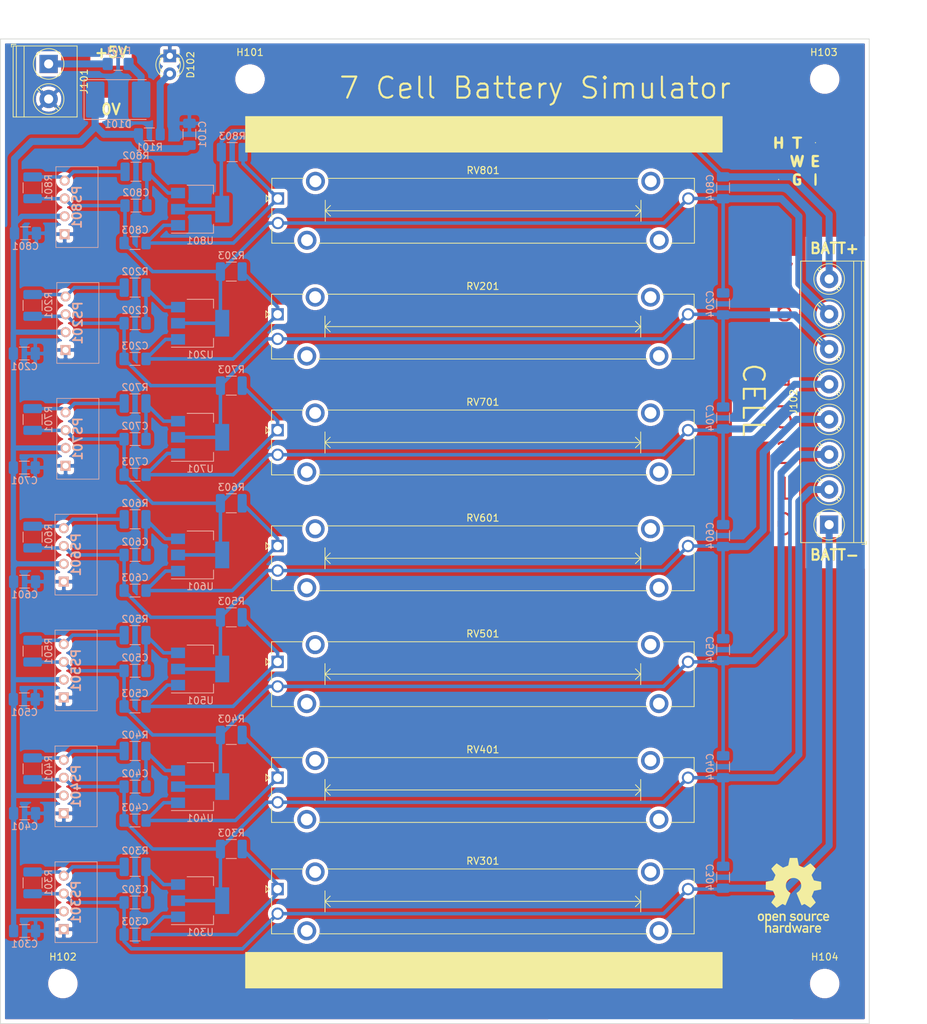
<source format=kicad_pcb>
(kicad_pcb (version 20171130) (host pcbnew 5.1.7-a382d34a8~87~ubuntu20.04.1)
  (title_block (title "6 Cell Battery Simulator (6CBS)") (date 2020-10-28) (rev V1.0) (company HTWG) (comment 1 EIB) (comment 2 2020) (comment 3 "Yannick Pauly"))
  (layers (0 F.Cu signal) (31 B.Cu signal) (34 B.Paste user) (35 F.Paste user) (36 B.SilkS user) (37 F.SilkS user) (38 B.Mask user) (39 F.Mask user) (44 Edge.Cuts user))
  (net 0 "")
  (net 1 GND)
  (net 2 +5V)
  (net 3 "Net-(C202-Pad1)")
  (net 4 "Net-(C203-Pad1)")
  (net 5 "Net-(PS201-Pad4)")
  (net 6 /Channel5/OUT+)
  (net 7 /Channel6/OUT+)
  (net 8 /Channel1/OUT-)
  (net 9 "Net-(C302-Pad1)")
  (net 10 "Net-(C303-Pad1)")
  (net 11 /Channel1/OUT+)
  (net 12 "Net-(C402-Pad1)")
  (net 13 "Net-(C403-Pad1)")
  (net 14 /Channel2/OUT+)
  (net 15 "Net-(C502-Pad1)")
  (net 16 "Net-(C503-Pad1)")
  (net 17 /Channel3/OUT+)
  (net 18 "Net-(C602-Pad1)")
  (net 19 "Net-(C603-Pad1)")
  (net 20 /Channel4/OUT+)
  (net 21 "Net-(C702-Pad1)")
  (net 22 "Net-(C703-Pad1)")
  (net 23 "Net-(D101-Pad2)")
  (net 24 "Net-(D102-Pad2)")
  (net 25 "Net-(F101-Pad2)")
  (net 26 "Net-(PS301-Pad4)")
  (net 27 "Net-(PS401-Pad4)")
  (net 28 "Net-(PS501-Pad4)")
  (net 29 "Net-(PS601-Pad4)")
  (net 30 "Net-(PS701-Pad4)")
  (net 31 "Net-(C802-Pad1)")
  (net 32 "Net-(C803-Pad1)")
  (net 33 /Channel7/OUT+)
  (net 34 "Net-(PS801-Pad4)")
  (module myLogo:OpenSouceHardwareLOGO (layer F.Cu) (at 156.21 145.542)
    (fp_text reference L102 hide)
    (fp_text value LogoOSH hide)
  )
  (module myLogo:HTWG_LOGO (layer F.Cu) (at 156.718 40.894)
    (fp_text reference L101 hide)
    (fp_text value LogoHTWG hide)
  )
  (module TerminalBlock_Phoenix:TerminalBlock_Phoenix_PT-1,5-2-5.0-H_1x02_P5.00mm_Horizontal (layer F.Cu) (at 50.038 27.051 270)
    (fp_text reference J101 (at 2.5 -5.06 90) (layer F.SilkS))
    (fp_text value Screw_Terminal_01x02)
    (pad 2 thru_hole circle (at 5 0 270) (size 2.6 2.6) (drill 1.3) (layers *.Cu *.Mask) (net 1 GND))
    (pad 1 thru_hole rect (at 0 0 270) (size 2.6 2.6) (drill 1.3) (layers *.Cu *.Mask) (net 25 "Net-(F101-Pad2)"))
  )
  (module Diode_SMD:D_3220_8050Metric_Pad2.65x5.15mm_HandSolder (layer B.Cu) (at 59.944 32.131)
    (fp_text reference D101 (at 0 3.52) (layer B.SilkS) (effects (justify mirror)))
    (fp_text value 60V)
    (pad 2 smd roundrect (at 3.275 0) (size 2.65 5.15) (layers B.Cu B.Paste B.Mask) (roundrect_rratio 0.09433962264150944) (net 23 "Net-(D101-Pad2)"))
    (pad 1 smd roundrect (at -3.275 0) (size 2.65 5.15) (layers B.Cu B.Paste B.Mask) (roundrect_rratio 0.09433962264150944) (net 2 +5V))
  )
  (module myLib:ROE1205S (layer B.Cu) (at 52.197 100.838 90)
    (fp_text reference PS601 (at 3.85 1.75 90) (layer B.SilkS) (effects (font (size 1.27 1.27) (thickness 0.254)) (justify mirror)))
    (fp_text value ROE-0512S hide)
    (pad 4 thru_hole circle (at 7.62 0) (size 1.43 1.43) (drill 0.88) (layers *.Cu *.Mask B.SilkS) (net 29 "Net-(PS601-Pad4)"))
    (pad 3 thru_hole circle (at 5.08 0) (size 1.43 1.43) (drill 0.88) (layers *.Cu *.Mask B.SilkS) (net 17 /Channel3/OUT+))
    (pad 2 thru_hole circle (at 2.54 0) (size 1.43 1.43) (drill 0.88) (layers *.Cu *.Mask B.SilkS) (net 2 +5V))
    (pad 1 thru_hole rect (at 0 0) (size 1.43 1.43) (drill 0.88) (layers *.Cu *.Mask B.SilkS) (net 1 GND))
  )
  (module Package_TO_SOT_SMD:SOT-223-3_TabPin2 (layer B.Cu) (at 71.628 47.752)
    (fp_text reference U801 (at 0 4.5) (layer B.SilkS) (effects (justify mirror)))
    (fp_text value LM317_SOT-223)
    (pad 1 smd rect (at -3.15 2.3) (size 2 1.5) (layers B.Cu B.Paste B.Mask) (net 32 "Net-(C803-Pad1)"))
    (pad 3 smd rect (at -3.15 -2.3) (size 2 1.5) (layers B.Cu B.Paste B.Mask) (net 31 "Net-(C802-Pad1)"))
    (pad 2 smd rect (at -3.15 0) (size 2 1.5) (layers B.Cu B.Paste B.Mask) (net 33 /Channel7/OUT+))
    (pad 2 smd rect (at 3.15 0) (size 2 3.8) (layers B.Cu B.Paste B.Mask) (net 33 /Channel7/OUT+))
  )
  (module Package_TO_SOT_SMD:SOT-223-3_TabPin2 (layer B.Cu) (at 71.628 80.264)
    (fp_text reference U701 (at 0 4.5) (layer B.SilkS) (effects (justify mirror)))
    (fp_text value LM317_SOT-223)
    (pad 1 smd rect (at -3.15 2.3) (size 2 1.5) (layers B.Cu B.Paste B.Mask) (net 22 "Net-(C703-Pad1)"))
    (pad 3 smd rect (at -3.15 -2.3) (size 2 1.5) (layers B.Cu B.Paste B.Mask) (net 21 "Net-(C702-Pad1)"))
    (pad 2 smd rect (at -3.15 0) (size 2 1.5) (layers B.Cu B.Paste B.Mask) (net 6 /Channel5/OUT+))
    (pad 2 smd rect (at 3.15 0) (size 2 3.8) (layers B.Cu B.Paste B.Mask) (net 6 /Channel5/OUT+))
  )
  (module Package_TO_SOT_SMD:SOT-223-3_TabPin2 (layer B.Cu) (at 71.628 97.028)
    (fp_text reference U601 (at 0 4.5) (layer B.SilkS) (effects (justify mirror)))
    (fp_text value LM317_SOT-223)
    (pad 1 smd rect (at -3.15 2.3) (size 2 1.5) (layers B.Cu B.Paste B.Mask) (net 19 "Net-(C603-Pad1)"))
    (pad 3 smd rect (at -3.15 -2.3) (size 2 1.5) (layers B.Cu B.Paste B.Mask) (net 18 "Net-(C602-Pad1)"))
    (pad 2 smd rect (at -3.15 0) (size 2 1.5) (layers B.Cu B.Paste B.Mask) (net 20 /Channel4/OUT+))
    (pad 2 smd rect (at 3.15 0) (size 2 3.8) (layers B.Cu B.Paste B.Mask) (net 20 /Channel4/OUT+))
  )
  (module Package_TO_SOT_SMD:SOT-223-3_TabPin2 (layer B.Cu) (at 71.628 113.284)
    (fp_text reference U501 (at 0 4.5) (layer B.SilkS) (effects (justify mirror)))
    (fp_text value LM317_SOT-223)
    (pad 1 smd rect (at -3.15 2.3) (size 2 1.5) (layers B.Cu B.Paste B.Mask) (net 16 "Net-(C503-Pad1)"))
    (pad 3 smd rect (at -3.15 -2.3) (size 2 1.5) (layers B.Cu B.Paste B.Mask) (net 15 "Net-(C502-Pad1)"))
    (pad 2 smd rect (at -3.15 0) (size 2 1.5) (layers B.Cu B.Paste B.Mask) (net 17 /Channel3/OUT+))
    (pad 2 smd rect (at 3.15 0) (size 2 3.8) (layers B.Cu B.Paste B.Mask) (net 17 /Channel3/OUT+))
  )
  (module Package_TO_SOT_SMD:SOT-223-3_TabPin2 (layer B.Cu) (at 71.628 130.048)
    (fp_text reference U401 (at 0 4.5) (layer B.SilkS) (effects (justify mirror)))
    (fp_text value LM317_SOT-223)
    (pad 1 smd rect (at -3.15 2.3) (size 2 1.5) (layers B.Cu B.Paste B.Mask) (net 13 "Net-(C403-Pad1)"))
    (pad 3 smd rect (at -3.15 -2.3) (size 2 1.5) (layers B.Cu B.Paste B.Mask) (net 12 "Net-(C402-Pad1)"))
    (pad 2 smd rect (at -3.15 0) (size 2 1.5) (layers B.Cu B.Paste B.Mask) (net 14 /Channel2/OUT+))
    (pad 2 smd rect (at 3.15 0) (size 2 3.8) (layers B.Cu B.Paste B.Mask) (net 14 /Channel2/OUT+))
  )
  (module Package_TO_SOT_SMD:SOT-223-3_TabPin2 (layer B.Cu) (at 71.628 146.304)
    (fp_text reference U301 (at 0 4.5) (layer B.SilkS) (effects (justify mirror)))
    (fp_text value LM317_SOT-223)
    (pad 1 smd rect (at -3.15 2.3) (size 2 1.5) (layers B.Cu B.Paste B.Mask) (net 10 "Net-(C303-Pad1)"))
    (pad 3 smd rect (at -3.15 -2.3) (size 2 1.5) (layers B.Cu B.Paste B.Mask) (net 9 "Net-(C302-Pad1)"))
    (pad 2 smd rect (at -3.15 0) (size 2 1.5) (layers B.Cu B.Paste B.Mask) (net 11 /Channel1/OUT+))
    (pad 2 smd rect (at 3.15 0) (size 2 3.8) (layers B.Cu B.Paste B.Mask) (net 11 /Channel1/OUT+))
  )
  (module Package_TO_SOT_SMD:SOT-223-3_TabPin2 (layer B.Cu) (at 71.628 64.008)
    (fp_text reference U201 (at 0 4.5) (layer B.SilkS) (effects (justify mirror)))
    (fp_text value LM317_SOT-223)
    (pad 1 smd rect (at -3.15 2.3) (size 2 1.5) (layers B.Cu B.Paste B.Mask) (net 4 "Net-(C203-Pad1)"))
    (pad 3 smd rect (at -3.15 -2.3) (size 2 1.5) (layers B.Cu B.Paste B.Mask) (net 3 "Net-(C202-Pad1)"))
    (pad 2 smd rect (at -3.15 0) (size 2 1.5) (layers B.Cu B.Paste B.Mask) (net 7 /Channel6/OUT+))
    (pad 2 smd rect (at 3.15 0) (size 2 3.8) (layers B.Cu B.Paste B.Mask) (net 7 /Channel6/OUT+))
  )
  (module Resistor_SMD:R_1210_3225Metric_Pad1.30x2.65mm_HandSolder (layer B.Cu) (at 47.752 44.704 90)
    (fp_text reference R801 (at 0 2.28 90) (layer B.SilkS) (effects (justify mirror)))
    (fp_text value "1k, DNP")
    (pad 2 smd roundrect (at 1.55 0 90) (size 1.3 2.65) (layers B.Cu B.Paste B.Mask) (roundrect_rratio 0.1923069230769231) (net 34 "Net-(PS801-Pad4)"))
    (pad 1 smd roundrect (at -1.55 0 90) (size 1.3 2.65) (layers B.Cu B.Paste B.Mask) (roundrect_rratio 0.1923069230769231) (net 7 /Channel6/OUT+))
  )
  (module Resistor_SMD:R_1210_3225Metric_Pad1.30x2.65mm_HandSolder (layer B.Cu) (at 47.752 77.724 90)
    (fp_text reference R701 (at 0 2.28 90) (layer B.SilkS) (effects (justify mirror)))
    (fp_text value "1k, DNP")
    (pad 2 smd roundrect (at 1.55 0 90) (size 1.3 2.65) (layers B.Cu B.Paste B.Mask) (roundrect_rratio 0.1923069230769231) (net 30 "Net-(PS701-Pad4)"))
    (pad 1 smd roundrect (at -1.55 0 90) (size 1.3 2.65) (layers B.Cu B.Paste B.Mask) (roundrect_rratio 0.1923069230769231) (net 20 /Channel4/OUT+))
  )
  (module Resistor_SMD:R_1210_3225Metric_Pad1.30x2.65mm_HandSolder (layer B.Cu) (at 47.752 94.488 90)
    (fp_text reference R601 (at 0 2.28 90) (layer B.SilkS) (effects (justify mirror)))
    (fp_text value "1k, DNP")
    (pad 2 smd roundrect (at 1.55 0 90) (size 1.3 2.65) (layers B.Cu B.Paste B.Mask) (roundrect_rratio 0.1923069230769231) (net 29 "Net-(PS601-Pad4)"))
    (pad 1 smd roundrect (at -1.55 0 90) (size 1.3 2.65) (layers B.Cu B.Paste B.Mask) (roundrect_rratio 0.1923069230769231) (net 17 /Channel3/OUT+))
  )
  (module Resistor_SMD:R_1210_3225Metric_Pad1.30x2.65mm_HandSolder (layer B.Cu) (at 47.752 110.744 90)
    (fp_text reference R501 (at 0 2.28 90) (layer B.SilkS) (effects (justify mirror)))
    (fp_text value "1k, DNP")
    (pad 2 smd roundrect (at 1.55 0 90) (size 1.3 2.65) (layers B.Cu B.Paste B.Mask) (roundrect_rratio 0.1923069230769231) (net 28 "Net-(PS501-Pad4)"))
    (pad 1 smd roundrect (at -1.55 0 90) (size 1.3 2.65) (layers B.Cu B.Paste B.Mask) (roundrect_rratio 0.1923069230769231) (net 14 /Channel2/OUT+))
  )
  (module Resistor_SMD:R_1210_3225Metric_Pad1.30x2.65mm_HandSolder (layer B.Cu) (at 47.752 127.508 90)
    (fp_text reference R401 (at 0 2.28 90) (layer B.SilkS) (effects (justify mirror)))
    (fp_text value "1k, DNP")
    (pad 2 smd roundrect (at 1.55 0 90) (size 1.3 2.65) (layers B.Cu B.Paste B.Mask) (roundrect_rratio 0.1923069230769231) (net 27 "Net-(PS401-Pad4)"))
    (pad 1 smd roundrect (at -1.55 0 90) (size 1.3 2.65) (layers B.Cu B.Paste B.Mask) (roundrect_rratio 0.1923069230769231) (net 11 /Channel1/OUT+))
  )
  (module Resistor_SMD:R_1210_3225Metric_Pad1.30x2.65mm_HandSolder (layer B.Cu) (at 47.752 143.764 90)
    (fp_text reference R301 (at 0 2.28 90) (layer B.SilkS) (effects (justify mirror)))
    (fp_text value "1k, DNP")
    (pad 2 smd roundrect (at 1.55 0 90) (size 1.3 2.65) (layers B.Cu B.Paste B.Mask) (roundrect_rratio 0.1923069230769231) (net 26 "Net-(PS301-Pad4)"))
    (pad 1 smd roundrect (at -1.55 0 90) (size 1.3 2.65) (layers B.Cu B.Paste B.Mask) (roundrect_rratio 0.1923069230769231) (net 8 /Channel1/OUT-))
  )
  (module Resistor_SMD:R_1210_3225Metric_Pad1.30x2.65mm_HandSolder (layer B.Cu) (at 47.752 61.468 90)
    (fp_text reference R201 (at 0 2.28 90) (layer B.SilkS) (effects (justify mirror)))
    (fp_text value "1k, DNP")
    (pad 2 smd roundrect (at 1.55 0 90) (size 1.3 2.65) (layers B.Cu B.Paste B.Mask) (roundrect_rratio 0.1923069230769231) (net 5 "Net-(PS201-Pad4)"))
    (pad 1 smd roundrect (at -1.55 0 90) (size 1.3 2.65) (layers B.Cu B.Paste B.Mask) (roundrect_rratio 0.1923069230769231) (net 6 /Channel5/OUT+))
  )
  (module TerminalBlock_Phoenix:TerminalBlock_Phoenix_PT-1,5-8-5.0-H_1x08_P5.00mm_Horizontal (layer F.Cu) (at 161.29 92.71 90)
    (fp_text reference J102 (at 17.5 -5.06 90) (layer F.SilkS))
    (fp_text value Screw_Terminal_01x08)
    (pad 8 thru_hole circle (at 35 0 90) (size 2.6 2.6) (drill 1.3) (layers *.Cu *.Mask) (net 33 /Channel7/OUT+))
    (pad 7 thru_hole circle (at 30 0 90) (size 2.6 2.6) (drill 1.3) (layers *.Cu *.Mask) (net 7 /Channel6/OUT+))
    (pad 6 thru_hole circle (at 25 0 90) (size 2.6 2.6) (drill 1.3) (layers *.Cu *.Mask) (net 6 /Channel5/OUT+))
    (pad 5 thru_hole circle (at 20 0 90) (size 2.6 2.6) (drill 1.3) (layers *.Cu *.Mask) (net 20 /Channel4/OUT+))
    (pad 4 thru_hole circle (at 15 0 90) (size 2.6 2.6) (drill 1.3) (layers *.Cu *.Mask) (net 17 /Channel3/OUT+))
    (pad 3 thru_hole circle (at 10 0 90) (size 2.6 2.6) (drill 1.3) (layers *.Cu *.Mask) (net 14 /Channel2/OUT+))
    (pad 2 thru_hole circle (at 5 0 90) (size 2.6 2.6) (drill 1.3) (layers *.Cu *.Mask) (net 11 /Channel1/OUT+))
    (pad 1 thru_hole rect (at 0 0 90) (size 2.6 2.6) (drill 1.3) (layers *.Cu *.Mask) (net 8 /Channel1/OUT-))
  )
  (module Potentiometer_THT:Potentiometer_Bourns_PTA4543_Single_Slide (layer F.Cu) (at 82.718 46.228)
    (fp_text reference RV801 (at 29.25 -4) (layer F.SilkS))
    (fp_text value 1k)
    (pad MP thru_hole circle (at 54.35 5.95) (size 2.7 2.7) (drill 1.7) (layers *.Cu *.Mask))
    (pad MP thru_hole circle (at 4.15 5.95) (size 2.7 2.7) (drill 1.7) (layers *.Cu *.Mask))
    (pad MP thru_hole circle (at 53.15 -2.45) (size 2.7 2.7) (drill 1.7) (layers *.Cu *.Mask))
    (pad MP thru_hole circle (at 5.35 -2.45) (size 2.7 2.7) (drill 1.7) (layers *.Cu *.Mask))
    (pad 3 thru_hole circle (at 58.5 0) (size 1.75 1.75) (drill 1.2) (layers *.Cu *.Mask) (net 7 /Channel6/OUT+))
    (pad 2 thru_hole circle (at 0 3.5) (size 1.75 1.75) (drill 1.2) (layers *.Cu *.Mask) (net 7 /Channel6/OUT+))
    (pad 1 thru_hole rect (at 0 0) (size 1.75 1.75) (drill 1.2) (layers *.Cu *.Mask) (net 32 "Net-(C803-Pad1)"))
  )
  (module Resistor_SMD:R_1210_3225Metric_Pad1.30x2.65mm_HandSolder (layer B.Cu) (at 76.2 39.624 180)
    (fp_text reference R803 (at 0 2.28) (layer B.SilkS) (effects (justify mirror)))
    (fp_text value 380)
    (pad 2 smd roundrect (at 1.55 0 180) (size 1.3 2.65) (layers B.Cu B.Paste B.Mask) (roundrect_rratio 0.1923069230769231) (net 33 /Channel7/OUT+))
    (pad 1 smd roundrect (at -1.55 0 180) (size 1.3 2.65) (layers B.Cu B.Paste B.Mask) (roundrect_rratio 0.1923069230769231) (net 32 "Net-(C803-Pad1)"))
  )
  (module Resistor_SMD:R_1210_3225Metric_Pad1.30x2.65mm_HandSolder (layer B.Cu) (at 62.484 42.418 180)
    (fp_text reference R802 (at 0 2.28) (layer B.SilkS) (effects (justify mirror)))
    (fp_text value 22)
    (pad 2 smd roundrect (at 1.55 0 180) (size 1.3 2.65) (layers B.Cu B.Paste B.Mask) (roundrect_rratio 0.1923069230769231) (net 34 "Net-(PS801-Pad4)"))
    (pad 1 smd roundrect (at -1.55 0 180) (size 1.3 2.65) (layers B.Cu B.Paste B.Mask) (roundrect_rratio 0.1923069230769231) (net 31 "Net-(C802-Pad1)"))
  )
  (module myLib:ROE1205S (layer B.Cu) (at 52.324 51.308 90)
    (fp_text reference PS801 (at 3.85 1.75 270) (layer B.SilkS) (effects (font (size 1.27 1.27) (thickness 0.254)) (justify mirror)))
    (fp_text value ROE-0512S hide)
    (pad 4 thru_hole circle (at 7.62 0) (size 1.43 1.43) (drill 0.88) (layers *.Cu *.Mask B.SilkS) (net 34 "Net-(PS801-Pad4)"))
    (pad 3 thru_hole circle (at 5.08 0) (size 1.43 1.43) (drill 0.88) (layers *.Cu *.Mask B.SilkS) (net 7 /Channel6/OUT+))
    (pad 2 thru_hole circle (at 2.54 0) (size 1.43 1.43) (drill 0.88) (layers *.Cu *.Mask B.SilkS) (net 2 +5V))
    (pad 1 thru_hole rect (at 0 0) (size 1.43 1.43) (drill 0.88) (layers *.Cu *.Mask B.SilkS) (net 1 GND))
  )
  (module Capacitor_SMD:C_1206_3216Metric_Pad1.33x1.80mm_HandSolder (layer B.Cu) (at 146.177 44.704 270)
    (fp_text reference C804 (at 0 1.85 90) (layer B.SilkS) (effects (justify mirror)))
    (fp_text value 100u)
    (pad 2 smd roundrect (at 1.5625 0 270) (size 1.325 1.8) (layers B.Cu B.Paste B.Mask) (roundrect_rratio 0.1886777358490566) (net 7 /Channel6/OUT+))
    (pad 1 smd roundrect (at -1.5625 0 270) (size 1.325 1.8) (layers B.Cu B.Paste B.Mask) (roundrect_rratio 0.1886777358490566) (net 33 /Channel7/OUT+))
  )
  (module Capacitor_SMD:C_1206_3216Metric_Pad1.33x1.80mm_HandSolder (layer B.Cu) (at 62.357 52.578 180)
    (fp_text reference C803 (at 0 1.85) (layer B.SilkS) (effects (justify mirror)))
    (fp_text value 1u*)
    (pad 2 smd roundrect (at 1.5625 0 180) (size 1.325 1.8) (layers B.Cu B.Paste B.Mask) (roundrect_rratio 0.1886777358490566) (net 7 /Channel6/OUT+))
    (pad 1 smd roundrect (at -1.5625 0 180) (size 1.325 1.8) (layers B.Cu B.Paste B.Mask) (roundrect_rratio 0.1886777358490566) (net 32 "Net-(C803-Pad1)"))
  )
  (module Capacitor_SMD:C_1206_3216Metric_Pad1.33x1.80mm_HandSolder (layer B.Cu) (at 62.484 47.244 180)
    (fp_text reference C802 (at 0 1.85) (layer B.SilkS) (effects (justify mirror)))
    (fp_text value 0.1u*)
    (pad 2 smd roundrect (at 1.5625 0 180) (size 1.325 1.8) (layers B.Cu B.Paste B.Mask) (roundrect_rratio 0.1886777358490566) (net 7 /Channel6/OUT+))
    (pad 1 smd roundrect (at -1.5625 0 180) (size 1.325 1.8) (layers B.Cu B.Paste B.Mask) (roundrect_rratio 0.1886777358490566) (net 31 "Net-(C802-Pad1)"))
  )
  (module Capacitor_SMD:C_1206_3216Metric_Pad1.33x1.80mm_HandSolder (layer B.Cu) (at 46.736 51.181)
    (fp_text reference C801 (at 0 1.85) (layer B.SilkS) (effects (justify mirror)))
    (fp_text value 10u*)
    (pad 2 smd roundrect (at 1.5625 0) (size 1.325 1.8) (layers B.Cu B.Paste B.Mask) (roundrect_rratio 0.1886777358490566) (net 1 GND))
    (pad 1 smd roundrect (at -1.5625 0) (size 1.325 1.8) (layers B.Cu B.Paste B.Mask) (roundrect_rratio 0.1886777358490566) (net 2 +5V))
  )
  (module MountingHole:MountingHole_3.2mm_M3_DIN965 (layer F.Cu) (at 160.655 158.115)
    (fp_text reference H104 (at 0 -3.8) (layer F.SilkS))
    (fp_text value MountingHole)
    (pad 1 np_thru_hole circle (at 0 0) (size 3.2 3.2) (drill 3.2) (layers *.Cu *.Mask))
  )
  (module MountingHole:MountingHole_3.2mm_M3_DIN965 (layer F.Cu) (at 160.655 29.21)
    (fp_text reference H103 (at -0.127 -3.81) (layer F.SilkS))
    (fp_text value MountingHole)
    (pad 1 np_thru_hole circle (at 0 0) (size 3.2 3.2) (drill 3.2) (layers *.Cu *.Mask))
  )
  (module MountingHole:MountingHole_3.2mm_M3_DIN965 (layer F.Cu) (at 52.07 158.115)
    (fp_text reference H102 (at 0 -3.8) (layer F.SilkS))
    (fp_text value MountingHole)
    (pad 1 np_thru_hole circle (at 0 0) (size 3.2 3.2) (drill 3.2) (layers *.Cu *.Mask))
  )
  (module MountingHole:MountingHole_3.2mm_M3_DIN965 (layer F.Cu) (at 78.74 29.21)
    (fp_text reference H101 (at 0 -3.81) (layer F.SilkS))
    (fp_text value MountingHole)
    (pad 1 np_thru_hole circle (at 0 0) (size 3.2 3.2) (drill 3.2) (layers *.Cu *.Mask))
  )
  (module Capacitor_SMD:C_1206_3216Metric_Pad1.33x1.80mm_HandSolder (layer B.Cu) (at 46.5705 117.602)
    (fp_text reference C501 (at 0 1.85) (layer B.SilkS) (effects (justify mirror)))
    (fp_text value 10u*)
    (pad 2 smd roundrect (at 1.5625 0) (size 1.325 1.8) (layers B.Cu B.Paste B.Mask) (roundrect_rratio 0.1886777358490566) (net 1 GND))
    (pad 1 smd roundrect (at -1.5625 0) (size 1.325 1.8) (layers B.Cu B.Paste B.Mask) (roundrect_rratio 0.1886777358490566) (net 2 +5V))
  )
  (module Resistor_SMD:R_1210_3225Metric_Pad1.30x2.65mm_HandSolder (layer B.Cu) (at 76.073 105.918 180)
    (fp_text reference R503 (at 0 2.28) (layer B.SilkS) (effects (justify mirror)))
    (fp_text value 380)
    (pad 2 smd roundrect (at 1.55 0 180) (size 1.3 2.65) (layers B.Cu B.Paste B.Mask) (roundrect_rratio 0.1923069230769231) (net 17 /Channel3/OUT+))
    (pad 1 smd roundrect (at -1.55 0 180) (size 1.3 2.65) (layers B.Cu B.Paste B.Mask) (roundrect_rratio 0.1923069230769231) (net 16 "Net-(C503-Pad1)"))
  )
  (module Capacitor_SMD:C_1206_3216Metric_Pad1.33x1.80mm_HandSolder (layer B.Cu) (at 62.357 151.13 180)
    (fp_text reference C303 (at 0 1.85) (layer B.SilkS) (effects (justify mirror)))
    (fp_text value 1u*)
    (pad 2 smd roundrect (at 1.5625 0 180) (size 1.325 1.8) (layers B.Cu B.Paste B.Mask) (roundrect_rratio 0.1886777358490566) (net 8 /Channel1/OUT-))
    (pad 1 smd roundrect (at -1.5625 0 180) (size 1.325 1.8) (layers B.Cu B.Paste B.Mask) (roundrect_rratio 0.1886777358490566) (net 10 "Net-(C303-Pad1)"))
  )
  (module Potentiometer_THT:Potentiometer_Bourns_PTA4543_Single_Slide (layer F.Cu) (at 82.677 79.248)
    (fp_text reference RV701 (at 29.25 -4) (layer F.SilkS))
    (fp_text value 1k)
    (pad MP thru_hole circle (at 54.35 5.95) (size 2.7 2.7) (drill 1.7) (layers *.Cu *.Mask))
    (pad MP thru_hole circle (at 4.15 5.95) (size 2.7 2.7) (drill 1.7) (layers *.Cu *.Mask))
    (pad MP thru_hole circle (at 53.15 -2.45) (size 2.7 2.7) (drill 1.7) (layers *.Cu *.Mask))
    (pad MP thru_hole circle (at 5.35 -2.45) (size 2.7 2.7) (drill 1.7) (layers *.Cu *.Mask))
    (pad 3 thru_hole circle (at 58.5 0) (size 1.75 1.75) (drill 1.2) (layers *.Cu *.Mask) (net 20 /Channel4/OUT+))
    (pad 2 thru_hole circle (at 0 3.5) (size 1.75 1.75) (drill 1.2) (layers *.Cu *.Mask) (net 20 /Channel4/OUT+))
    (pad 1 thru_hole rect (at 0 0) (size 1.75 1.75) (drill 1.2) (layers *.Cu *.Mask) (net 22 "Net-(C703-Pad1)"))
  )
  (module Potentiometer_THT:Potentiometer_Bourns_PTA4543_Single_Slide (layer F.Cu) (at 82.677 95.758)
    (fp_text reference RV601 (at 29.25 -4) (layer F.SilkS))
    (fp_text value 1k)
    (pad MP thru_hole circle (at 54.35 5.95) (size 2.7 2.7) (drill 1.7) (layers *.Cu *.Mask))
    (pad MP thru_hole circle (at 4.15 5.95) (size 2.7 2.7) (drill 1.7) (layers *.Cu *.Mask))
    (pad MP thru_hole circle (at 53.15 -2.45) (size 2.7 2.7) (drill 1.7) (layers *.Cu *.Mask))
    (pad MP thru_hole circle (at 5.35 -2.45) (size 2.7 2.7) (drill 1.7) (layers *.Cu *.Mask))
    (pad 3 thru_hole circle (at 58.5 0) (size 1.75 1.75) (drill 1.2) (layers *.Cu *.Mask) (net 17 /Channel3/OUT+))
    (pad 2 thru_hole circle (at 0 3.5) (size 1.75 1.75) (drill 1.2) (layers *.Cu *.Mask) (net 17 /Channel3/OUT+))
    (pad 1 thru_hole rect (at 0 0) (size 1.75 1.75) (drill 1.2) (layers *.Cu *.Mask) (net 19 "Net-(C603-Pad1)"))
  )
  (module Potentiometer_THT:Potentiometer_Bourns_PTA4543_Single_Slide (layer F.Cu) (at 82.677 112.268)
    (fp_text reference RV501 (at 29.25 -4) (layer F.SilkS))
    (fp_text value 1k)
    (pad MP thru_hole circle (at 54.35 5.95) (size 2.7 2.7) (drill 1.7) (layers *.Cu *.Mask))
    (pad MP thru_hole circle (at 4.15 5.95) (size 2.7 2.7) (drill 1.7) (layers *.Cu *.Mask))
    (pad MP thru_hole circle (at 53.15 -2.45) (size 2.7 2.7) (drill 1.7) (layers *.Cu *.Mask))
    (pad MP thru_hole circle (at 5.35 -2.45) (size 2.7 2.7) (drill 1.7) (layers *.Cu *.Mask))
    (pad 3 thru_hole circle (at 58.5 0) (size 1.75 1.75) (drill 1.2) (layers *.Cu *.Mask) (net 14 /Channel2/OUT+))
    (pad 2 thru_hole circle (at 0 3.5) (size 1.75 1.75) (drill 1.2) (layers *.Cu *.Mask) (net 14 /Channel2/OUT+))
    (pad 1 thru_hole rect (at 0 0) (size 1.75 1.75) (drill 1.2) (layers *.Cu *.Mask) (net 16 "Net-(C503-Pad1)"))
  )
  (module Potentiometer_THT:Potentiometer_Bourns_PTA4543_Single_Slide (layer F.Cu) (at 82.677 128.778)
    (fp_text reference RV401 (at 29.25 -4) (layer F.SilkS))
    (fp_text value 1k)
    (pad MP thru_hole circle (at 54.35 5.95) (size 2.7 2.7) (drill 1.7) (layers *.Cu *.Mask))
    (pad MP thru_hole circle (at 4.15 5.95) (size 2.7 2.7) (drill 1.7) (layers *.Cu *.Mask))
    (pad MP thru_hole circle (at 53.15 -2.45) (size 2.7 2.7) (drill 1.7) (layers *.Cu *.Mask))
    (pad MP thru_hole circle (at 5.35 -2.45) (size 2.7 2.7) (drill 1.7) (layers *.Cu *.Mask))
    (pad 3 thru_hole circle (at 58.5 0) (size 1.75 1.75) (drill 1.2) (layers *.Cu *.Mask) (net 11 /Channel1/OUT+))
    (pad 2 thru_hole circle (at 0 3.5) (size 1.75 1.75) (drill 1.2) (layers *.Cu *.Mask) (net 11 /Channel1/OUT+))
    (pad 1 thru_hole rect (at 0 0) (size 1.75 1.75) (drill 1.2) (layers *.Cu *.Mask) (net 13 "Net-(C403-Pad1)"))
  )
  (module Potentiometer_THT:Potentiometer_Bourns_PTA4543_Single_Slide (layer F.Cu) (at 82.677 144.653)
    (fp_text reference RV301 (at 29.25 -4) (layer F.SilkS))
    (fp_text value 1k)
    (pad MP thru_hole circle (at 54.35 5.95) (size 2.7 2.7) (drill 1.7) (layers *.Cu *.Mask))
    (pad MP thru_hole circle (at 4.15 5.95) (size 2.7 2.7) (drill 1.7) (layers *.Cu *.Mask))
    (pad MP thru_hole circle (at 53.15 -2.45) (size 2.7 2.7) (drill 1.7) (layers *.Cu *.Mask))
    (pad MP thru_hole circle (at 5.35 -2.45) (size 2.7 2.7) (drill 1.7) (layers *.Cu *.Mask))
    (pad 3 thru_hole circle (at 58.5 0) (size 1.75 1.75) (drill 1.2) (layers *.Cu *.Mask) (net 8 /Channel1/OUT-))
    (pad 2 thru_hole circle (at 0 3.5) (size 1.75 1.75) (drill 1.2) (layers *.Cu *.Mask) (net 8 /Channel1/OUT-))
    (pad 1 thru_hole rect (at 0 0) (size 1.75 1.75) (drill 1.2) (layers *.Cu *.Mask) (net 10 "Net-(C303-Pad1)"))
  )
  (module Resistor_SMD:R_1210_3225Metric_Pad1.30x2.65mm_HandSolder (layer B.Cu) (at 76.073 72.898 180)
    (fp_text reference R703 (at 0 2.28) (layer B.SilkS) (effects (justify mirror)))
    (fp_text value 380)
    (pad 2 smd roundrect (at 1.55 0 180) (size 1.3 2.65) (layers B.Cu B.Paste B.Mask) (roundrect_rratio 0.1923069230769231) (net 6 /Channel5/OUT+))
    (pad 1 smd roundrect (at -1.55 0 180) (size 1.3 2.65) (layers B.Cu B.Paste B.Mask) (roundrect_rratio 0.1923069230769231) (net 22 "Net-(C703-Pad1)"))
  )
  (module Resistor_SMD:R_1210_3225Metric_Pad1.30x2.65mm_HandSolder (layer B.Cu) (at 62.357 75.438 180)
    (fp_text reference R702 (at 0 2.28) (layer B.SilkS) (effects (justify mirror)))
    (fp_text value 22)
    (pad 2 smd roundrect (at 1.55 0 180) (size 1.3 2.65) (layers B.Cu B.Paste B.Mask) (roundrect_rratio 0.1923069230769231) (net 30 "Net-(PS701-Pad4)"))
    (pad 1 smd roundrect (at -1.55 0 180) (size 1.3 2.65) (layers B.Cu B.Paste B.Mask) (roundrect_rratio 0.1923069230769231) (net 21 "Net-(C702-Pad1)"))
  )
  (module Resistor_SMD:R_1210_3225Metric_Pad1.30x2.65mm_HandSolder (layer B.Cu) (at 76.073 89.662 180)
    (fp_text reference R603 (at 0 2.28) (layer B.SilkS) (effects (justify mirror)))
    (fp_text value 380)
    (pad 2 smd roundrect (at 1.55 0 180) (size 1.3 2.65) (layers B.Cu B.Paste B.Mask) (roundrect_rratio 0.1923069230769231) (net 20 /Channel4/OUT+))
    (pad 1 smd roundrect (at -1.55 0 180) (size 1.3 2.65) (layers B.Cu B.Paste B.Mask) (roundrect_rratio 0.1923069230769231) (net 19 "Net-(C603-Pad1)"))
  )
  (module Resistor_SMD:R_1210_3225Metric_Pad1.30x2.65mm_HandSolder (layer B.Cu) (at 62.357 91.948 180)
    (fp_text reference R602 (at 0 2.28) (layer B.SilkS) (effects (justify mirror)))
    (fp_text value 22)
    (pad 2 smd roundrect (at 1.55 0 180) (size 1.3 2.65) (layers B.Cu B.Paste B.Mask) (roundrect_rratio 0.1923069230769231) (net 29 "Net-(PS601-Pad4)"))
    (pad 1 smd roundrect (at -1.55 0 180) (size 1.3 2.65) (layers B.Cu B.Paste B.Mask) (roundrect_rratio 0.1923069230769231) (net 18 "Net-(C602-Pad1)"))
  )
  (module Resistor_SMD:R_1210_3225Metric_Pad1.30x2.65mm_HandSolder (layer B.Cu) (at 62.357 108.458 180)
    (fp_text reference R502 (at 0 2.28) (layer B.SilkS) (effects (justify mirror)))
    (fp_text value 22)
    (pad 2 smd roundrect (at 1.55 0 180) (size 1.3 2.65) (layers B.Cu B.Paste B.Mask) (roundrect_rratio 0.1923069230769231) (net 28 "Net-(PS501-Pad4)"))
    (pad 1 smd roundrect (at -1.55 0 180) (size 1.3 2.65) (layers B.Cu B.Paste B.Mask) (roundrect_rratio 0.1923069230769231) (net 15 "Net-(C502-Pad1)"))
  )
  (module Resistor_SMD:R_1210_3225Metric_Pad1.30x2.65mm_HandSolder (layer B.Cu) (at 76.073 122.682 180)
    (fp_text reference R403 (at 0 2.28) (layer B.SilkS) (effects (justify mirror)))
    (fp_text value 380)
    (pad 2 smd roundrect (at 1.55 0 180) (size 1.3 2.65) (layers B.Cu B.Paste B.Mask) (roundrect_rratio 0.1923069230769231) (net 14 /Channel2/OUT+))
    (pad 1 smd roundrect (at -1.55 0 180) (size 1.3 2.65) (layers B.Cu B.Paste B.Mask) (roundrect_rratio 0.1923069230769231) (net 13 "Net-(C403-Pad1)"))
  )
  (module Resistor_SMD:R_1210_3225Metric_Pad1.30x2.65mm_HandSolder (layer B.Cu) (at 62.357 124.968 180)
    (fp_text reference R402 (at 0 2.28) (layer B.SilkS) (effects (justify mirror)))
    (fp_text value 22)
    (pad 2 smd roundrect (at 1.55 0 180) (size 1.3 2.65) (layers B.Cu B.Paste B.Mask) (roundrect_rratio 0.1923069230769231) (net 27 "Net-(PS401-Pad4)"))
    (pad 1 smd roundrect (at -1.55 0 180) (size 1.3 2.65) (layers B.Cu B.Paste B.Mask) (roundrect_rratio 0.1923069230769231) (net 12 "Net-(C402-Pad1)"))
  )
  (module Resistor_SMD:R_1210_3225Metric_Pad1.30x2.65mm_HandSolder (layer B.Cu) (at 76.073 138.938 180)
    (fp_text reference R303 (at 0 2.28) (layer B.SilkS) (effects (justify mirror)))
    (fp_text value 380)
    (pad 2 smd roundrect (at 1.55 0 180) (size 1.3 2.65) (layers B.Cu B.Paste B.Mask) (roundrect_rratio 0.1923069230769231) (net 11 /Channel1/OUT+))
    (pad 1 smd roundrect (at -1.55 0 180) (size 1.3 2.65) (layers B.Cu B.Paste B.Mask) (roundrect_rratio 0.1923069230769231) (net 10 "Net-(C303-Pad1)"))
  )
  (module Resistor_SMD:R_1210_3225Metric_Pad1.30x2.65mm_HandSolder (layer B.Cu) (at 62.357 141.478 180)
    (fp_text reference R302 (at 0 2.28) (layer B.SilkS) (effects (justify mirror)))
    (fp_text value 22)
    (pad 2 smd roundrect (at 1.55 0 180) (size 1.3 2.65) (layers B.Cu B.Paste B.Mask) (roundrect_rratio 0.1923069230769231) (net 26 "Net-(PS301-Pad4)"))
    (pad 1 smd roundrect (at -1.55 0 180) (size 1.3 2.65) (layers B.Cu B.Paste B.Mask) (roundrect_rratio 0.1923069230769231) (net 9 "Net-(C302-Pad1)"))
  )
  (module Resistor_SMD:R_1206_3216Metric_Pad1.30x1.75mm_HandSolder (layer B.Cu) (at 64.389 37.084)
    (fp_text reference R101 (at 0 1.82) (layer B.SilkS) (effects (justify mirror)))
    (fp_text value 330)
    (pad 2 smd roundrect (at 1.55 0) (size 1.3 1.75) (layers B.Cu B.Paste B.Mask) (roundrect_rratio 0.1923069230769231) (net 24 "Net-(D102-Pad2)"))
    (pad 1 smd roundrect (at -1.55 0) (size 1.3 1.75) (layers B.Cu B.Paste B.Mask) (roundrect_rratio 0.1923069230769231) (net 2 +5V))
  )
  (module myLib:ROE1205S (layer B.Cu) (at 52.451 84.328 90)
    (fp_text reference PS701 (at 3.85 1.75 90) (layer B.SilkS) (effects (font (size 1.27 1.27) (thickness 0.254)) (justify mirror)))
    (fp_text value ROE-0512S hide)
    (pad 4 thru_hole circle (at 7.62 0) (size 1.43 1.43) (drill 0.88) (layers *.Cu *.Mask B.SilkS) (net 30 "Net-(PS701-Pad4)"))
    (pad 3 thru_hole circle (at 5.08 0) (size 1.43 1.43) (drill 0.88) (layers *.Cu *.Mask B.SilkS) (net 20 /Channel4/OUT+))
    (pad 2 thru_hole circle (at 2.54 0) (size 1.43 1.43) (drill 0.88) (layers *.Cu *.Mask B.SilkS) (net 2 +5V))
    (pad 1 thru_hole rect (at 0 0) (size 1.43 1.43) (drill 0.88) (layers *.Cu *.Mask B.SilkS) (net 1 GND))
  )
  (module myLib:ROE1205S (layer B.Cu) (at 52.197 117.348 90)
    (fp_text reference PS501 (at 3.85 1.75 90) (layer B.SilkS) (effects (font (size 1.27 1.27) (thickness 0.254)) (justify mirror)))
    (fp_text value ROE-0512S hide)
    (pad 4 thru_hole circle (at 7.62 0) (size 1.43 1.43) (drill 0.88) (layers *.Cu *.Mask B.SilkS) (net 28 "Net-(PS501-Pad4)"))
    (pad 3 thru_hole circle (at 5.08 0) (size 1.43 1.43) (drill 0.88) (layers *.Cu *.Mask B.SilkS) (net 14 /Channel2/OUT+))
    (pad 2 thru_hole circle (at 2.54 0) (size 1.43 1.43) (drill 0.88) (layers *.Cu *.Mask B.SilkS) (net 2 +5V))
    (pad 1 thru_hole rect (at 0 0) (size 1.43 1.43) (drill 0.88) (layers *.Cu *.Mask B.SilkS) (net 1 GND))
  )
  (module myLib:ROE1205S (layer B.Cu) (at 52.197 133.858 90)
    (fp_text reference PS401 (at 3.85 1.75 90) (layer B.SilkS) (effects (font (size 1.27 1.27) (thickness 0.254)) (justify mirror)))
    (fp_text value ROE-0512S hide)
    (pad 4 thru_hole circle (at 7.62 0) (size 1.43 1.43) (drill 0.88) (layers *.Cu *.Mask B.SilkS) (net 27 "Net-(PS401-Pad4)"))
    (pad 3 thru_hole circle (at 5.08 0) (size 1.43 1.43) (drill 0.88) (layers *.Cu *.Mask B.SilkS) (net 11 /Channel1/OUT+))
    (pad 2 thru_hole circle (at 2.54 0) (size 1.43 1.43) (drill 0.88) (layers *.Cu *.Mask B.SilkS) (net 2 +5V))
    (pad 1 thru_hole rect (at 0 0) (size 1.43 1.43) (drill 0.88) (layers *.Cu *.Mask B.SilkS) (net 1 GND))
  )
  (module myLib:ROE1205S (layer B.Cu) (at 52.197 150.368 90)
    (fp_text reference PS301 (at 3.85 1.75 -90) (layer B.SilkS) (effects (font (size 1.27 1.27) (thickness 0.254)) (justify mirror)))
    (fp_text value ROE-0512S hide)
    (pad 4 thru_hole circle (at 7.62 0) (size 1.43 1.43) (drill 0.88) (layers *.Cu *.Mask B.SilkS) (net 26 "Net-(PS301-Pad4)"))
    (pad 3 thru_hole circle (at 5.08 0) (size 1.43 1.43) (drill 0.88) (layers *.Cu *.Mask B.SilkS) (net 8 /Channel1/OUT-))
    (pad 2 thru_hole circle (at 2.54 0) (size 1.43 1.43) (drill 0.88) (layers *.Cu *.Mask B.SilkS) (net 2 +5V))
    (pad 1 thru_hole rect (at 0 0) (size 1.43 1.43) (drill 0.88) (layers *.Cu *.Mask B.SilkS) (net 1 GND))
  )
  (module Fuse:Fuse_1206_3216Metric_Pad1.42x1.75mm_HandSolder (layer B.Cu) (at 59.944 27.051 180)
    (fp_text reference F101 (at 0 1.82) (layer B.SilkS) (effects (justify mirror)))
    (fp_text value 4A)
    (pad 2 smd roundrect (at 1.4875 0 180) (size 1.425 1.75) (layers B.Cu B.Paste B.Mask) (roundrect_rratio 0.1754385964912281) (net 25 "Net-(F101-Pad2)"))
    (pad 1 smd roundrect (at -1.4875 0 180) (size 1.425 1.75) (layers B.Cu B.Paste B.Mask) (roundrect_rratio 0.1754385964912281) (net 23 "Net-(D101-Pad2)"))
  )
  (module LED_THT:LED_D3.0mm (layer F.Cu) (at 67.31 25.908 270)
    (fp_text reference D102 (at 1.27 -2.96 90) (layer F.SilkS))
    (fp_text value LED)
    (pad 2 thru_hole circle (at 2.54 0 270) (size 1.8 1.8) (drill 0.9) (layers *.Cu *.Mask) (net 24 "Net-(D102-Pad2)"))
    (pad 1 thru_hole rect (at 0 0 270) (size 1.8 1.8) (drill 0.9) (layers *.Cu *.Mask) (net 1 GND))
  )
  (module Capacitor_SMD:C_1206_3216Metric_Pad1.33x1.80mm_HandSolder (layer B.Cu) (at 146.177 77.5085 270)
    (fp_text reference C704 (at 0 1.85 90) (layer B.SilkS) (effects (justify mirror)))
    (fp_text value 100u)
    (pad 2 smd roundrect (at 1.5625 0 270) (size 1.325 1.8) (layers B.Cu B.Paste B.Mask) (roundrect_rratio 0.1886777358490566) (net 20 /Channel4/OUT+))
    (pad 1 smd roundrect (at -1.5625 0 270) (size 1.325 1.8) (layers B.Cu B.Paste B.Mask) (roundrect_rratio 0.1886777358490566) (net 6 /Channel5/OUT+))
  )
  (module Capacitor_SMD:C_1206_3216Metric_Pad1.33x1.80mm_HandSolder (layer B.Cu) (at 62.357 85.598 180)
    (fp_text reference C703 (at 0 1.85) (layer B.SilkS) (effects (justify mirror)))
    (fp_text value 1u*)
    (pad 2 smd roundrect (at 1.5625 0 180) (size 1.325 1.8) (layers B.Cu B.Paste B.Mask) (roundrect_rratio 0.1886777358490566) (net 20 /Channel4/OUT+))
    (pad 1 smd roundrect (at -1.5625 0 180) (size 1.325 1.8) (layers B.Cu B.Paste B.Mask) (roundrect_rratio 0.1886777358490566) (net 22 "Net-(C703-Pad1)"))
  )
  (module Capacitor_SMD:C_1206_3216Metric_Pad1.33x1.80mm_HandSolder (layer B.Cu) (at 62.357 80.518 180)
    (fp_text reference C702 (at 0 1.85) (layer B.SilkS) (effects (justify mirror)))
    (fp_text value 0.1u*)
    (pad 2 smd roundrect (at 1.5625 0 180) (size 1.325 1.8) (layers B.Cu B.Paste B.Mask) (roundrect_rratio 0.1886777358490566) (net 20 /Channel4/OUT+))
    (pad 1 smd roundrect (at -1.5625 0 180) (size 1.325 1.8) (layers B.Cu B.Paste B.Mask) (roundrect_rratio 0.1886777358490566) (net 21 "Net-(C702-Pad1)"))
  )
  (module Capacitor_SMD:C_1206_3216Metric_Pad1.33x1.80mm_HandSolder (layer B.Cu) (at 46.5705 84.582)
    (fp_text reference C701 (at 0 1.85) (layer B.SilkS) (effects (justify mirror)))
    (fp_text value 10u*)
    (pad 2 smd roundrect (at 1.5625 0) (size 1.325 1.8) (layers B.Cu B.Paste B.Mask) (roundrect_rratio 0.1886777358490566) (net 1 GND))
    (pad 1 smd roundrect (at -1.5625 0) (size 1.325 1.8) (layers B.Cu B.Paste B.Mask) (roundrect_rratio 0.1886777358490566) (net 2 +5V))
  )
  (module Capacitor_SMD:C_1206_3216Metric_Pad1.33x1.80mm_HandSolder (layer B.Cu) (at 146.177 94.2725 270)
    (fp_text reference C604 (at 0 1.85 90) (layer B.SilkS) (effects (justify mirror)))
    (fp_text value 100u)
    (pad 2 smd roundrect (at 1.5625 0 270) (size 1.325 1.8) (layers B.Cu B.Paste B.Mask) (roundrect_rratio 0.1886777358490566) (net 17 /Channel3/OUT+))
    (pad 1 smd roundrect (at -1.5625 0 270) (size 1.325 1.8) (layers B.Cu B.Paste B.Mask) (roundrect_rratio 0.1886777358490566) (net 20 /Channel4/OUT+))
  )
  (module Capacitor_SMD:C_1206_3216Metric_Pad1.33x1.80mm_HandSolder (layer B.Cu) (at 62.357 102.108 180)
    (fp_text reference C603 (at 0 1.85) (layer B.SilkS) (effects (justify mirror)))
    (fp_text value 1u*)
    (pad 2 smd roundrect (at 1.5625 0 180) (size 1.325 1.8) (layers B.Cu B.Paste B.Mask) (roundrect_rratio 0.1886777358490566) (net 17 /Channel3/OUT+))
    (pad 1 smd roundrect (at -1.5625 0 180) (size 1.325 1.8) (layers B.Cu B.Paste B.Mask) (roundrect_rratio 0.1886777358490566) (net 19 "Net-(C603-Pad1)"))
  )
  (module Capacitor_SMD:C_1206_3216Metric_Pad1.33x1.80mm_HandSolder (layer B.Cu) (at 62.357 97.028 180)
    (fp_text reference C602 (at 0 1.85) (layer B.SilkS) (effects (justify mirror)))
    (fp_text value 0.1u*)
    (pad 2 smd roundrect (at 1.5625 0 180) (size 1.325 1.8) (layers B.Cu B.Paste B.Mask) (roundrect_rratio 0.1886777358490566) (net 17 /Channel3/OUT+))
    (pad 1 smd roundrect (at -1.5625 0 180) (size 1.325 1.8) (layers B.Cu B.Paste B.Mask) (roundrect_rratio 0.1886777358490566) (net 18 "Net-(C602-Pad1)"))
  )
  (module Capacitor_SMD:C_1206_3216Metric_Pad1.33x1.80mm_HandSolder (layer B.Cu) (at 46.609 100.838)
    (fp_text reference C601 (at 0 1.85) (layer B.SilkS) (effects (justify mirror)))
    (fp_text value 10u*)
    (pad 2 smd roundrect (at 1.5625 0) (size 1.325 1.8) (layers B.Cu B.Paste B.Mask) (roundrect_rratio 0.1886777358490566) (net 1 GND))
    (pad 1 smd roundrect (at -1.5625 0) (size 1.325 1.8) (layers B.Cu B.Paste B.Mask) (roundrect_rratio 0.1886777358490566) (net 2 +5V))
  )
  (module Capacitor_SMD:C_1206_3216Metric_Pad1.33x1.80mm_HandSolder (layer B.Cu) (at 146.177 110.5285 270)
    (fp_text reference C504 (at 0 1.85 90) (layer B.SilkS) (effects (justify mirror)))
    (fp_text value 100u)
    (pad 2 smd roundrect (at 1.5625 0 270) (size 1.325 1.8) (layers B.Cu B.Paste B.Mask) (roundrect_rratio 0.1886777358490566) (net 14 /Channel2/OUT+))
    (pad 1 smd roundrect (at -1.5625 0 270) (size 1.325 1.8) (layers B.Cu B.Paste B.Mask) (roundrect_rratio 0.1886777358490566) (net 17 /Channel3/OUT+))
  )
  (module Capacitor_SMD:C_1206_3216Metric_Pad1.33x1.80mm_HandSolder (layer B.Cu) (at 62.357 118.618 180)
    (fp_text reference C503 (at 0 1.85) (layer B.SilkS) (effects (justify mirror)))
    (fp_text value 1u*)
    (pad 2 smd roundrect (at 1.5625 0 180) (size 1.325 1.8) (layers B.Cu B.Paste B.Mask) (roundrect_rratio 0.1886777358490566) (net 14 /Channel2/OUT+))
    (pad 1 smd roundrect (at -1.5625 0 180) (size 1.325 1.8) (layers B.Cu B.Paste B.Mask) (roundrect_rratio 0.1886777358490566) (net 16 "Net-(C503-Pad1)"))
  )
  (module Capacitor_SMD:C_1206_3216Metric_Pad1.33x1.80mm_HandSolder (layer B.Cu) (at 62.357 113.538 180)
    (fp_text reference C502 (at 0 1.85) (layer B.SilkS) (effects (justify mirror)))
    (fp_text value 0.1u*)
    (pad 2 smd roundrect (at 1.5625 0 180) (size 1.325 1.8) (layers B.Cu B.Paste B.Mask) (roundrect_rratio 0.1886777358490566) (net 14 /Channel2/OUT+))
    (pad 1 smd roundrect (at -1.5625 0 180) (size 1.325 1.8) (layers B.Cu B.Paste B.Mask) (roundrect_rratio 0.1886777358490566) (net 15 "Net-(C502-Pad1)"))
  )
  (module Capacitor_SMD:C_1206_3216Metric_Pad1.33x1.80mm_HandSolder (layer B.Cu) (at 146.177 127.2155 270)
    (fp_text reference C404 (at 0 1.85 90) (layer B.SilkS) (effects (justify mirror)))
    (fp_text value 100u)
    (pad 2 smd roundrect (at 1.5625 0 270) (size 1.325 1.8) (layers B.Cu B.Paste B.Mask) (roundrect_rratio 0.1886777358490566) (net 11 /Channel1/OUT+))
    (pad 1 smd roundrect (at -1.5625 0 270) (size 1.325 1.8) (layers B.Cu B.Paste B.Mask) (roundrect_rratio 0.1886777358490566) (net 14 /Channel2/OUT+))
  )
  (module Capacitor_SMD:C_1206_3216Metric_Pad1.33x1.80mm_HandSolder (layer B.Cu) (at 62.357 134.874 180)
    (fp_text reference C403 (at 0 1.85) (layer B.SilkS) (effects (justify mirror)))
    (fp_text value 1u*)
    (pad 2 smd roundrect (at 1.5625 0 180) (size 1.325 1.8) (layers B.Cu B.Paste B.Mask) (roundrect_rratio 0.1886777358490566) (net 11 /Channel1/OUT+))
    (pad 1 smd roundrect (at -1.5625 0 180) (size 1.325 1.8) (layers B.Cu B.Paste B.Mask) (roundrect_rratio 0.1886777358490566) (net 13 "Net-(C403-Pad1)"))
  )
  (module Capacitor_SMD:C_1206_3216Metric_Pad1.33x1.80mm_HandSolder (layer B.Cu) (at 62.357 130.048 180)
    (fp_text reference C402 (at 0 1.85) (layer B.SilkS) (effects (justify mirror)))
    (fp_text value 0.1u*)
    (pad 2 smd roundrect (at 1.5625 0 180) (size 1.325 1.8) (layers B.Cu B.Paste B.Mask) (roundrect_rratio 0.1886777358490566) (net 11 /Channel1/OUT+))
    (pad 1 smd roundrect (at -1.5625 0 180) (size 1.325 1.8) (layers B.Cu B.Paste B.Mask) (roundrect_rratio 0.1886777358490566) (net 12 "Net-(C402-Pad1)"))
  )
  (module Capacitor_SMD:C_1206_3216Metric_Pad1.33x1.80mm_HandSolder (layer B.Cu) (at 46.609 133.858)
    (fp_text reference C401 (at 0 1.85) (layer B.SilkS) (effects (justify mirror)))
    (fp_text value 10u*)
    (pad 2 smd roundrect (at 1.5625 0) (size 1.325 1.8) (layers B.Cu B.Paste B.Mask) (roundrect_rratio 0.1886777358490566) (net 1 GND))
    (pad 1 smd roundrect (at -1.5625 0) (size 1.325 1.8) (layers B.Cu B.Paste B.Mask) (roundrect_rratio 0.1886777358490566) (net 2 +5V))
  )
  (module Capacitor_SMD:C_1206_3216Metric_Pad1.33x1.80mm_HandSolder (layer B.Cu) (at 146.177 142.9635 270)
    (fp_text reference C304 (at 0 1.85 90) (layer B.SilkS) (effects (justify mirror)))
    (fp_text value 100u)
    (pad 2 smd roundrect (at 1.5625 0 270) (size 1.325 1.8) (layers B.Cu B.Paste B.Mask) (roundrect_rratio 0.1886777358490566) (net 8 /Channel1/OUT-))
    (pad 1 smd roundrect (at -1.5625 0 270) (size 1.325 1.8) (layers B.Cu B.Paste B.Mask) (roundrect_rratio 0.1886777358490566) (net 11 /Channel1/OUT+))
  )
  (module Capacitor_SMD:C_1206_3216Metric_Pad1.33x1.80mm_HandSolder (layer B.Cu) (at 62.357 146.558 180)
    (fp_text reference C302 (at 0 1.85) (layer B.SilkS) (effects (justify mirror)))
    (fp_text value 0.1u*)
    (pad 2 smd roundrect (at 1.5625 0 180) (size 1.325 1.8) (layers B.Cu B.Paste B.Mask) (roundrect_rratio 0.1886777358490566) (net 8 /Channel1/OUT-))
    (pad 1 smd roundrect (at -1.5625 0 180) (size 1.325 1.8) (layers B.Cu B.Paste B.Mask) (roundrect_rratio 0.1886777358490566) (net 9 "Net-(C302-Pad1)"))
  )
  (module Capacitor_SMD:C_1206_3216Metric_Pad1.33x1.80mm_HandSolder (layer B.Cu) (at 46.609 150.622)
    (fp_text reference C301 (at 0 1.85) (layer B.SilkS) (effects (justify mirror)))
    (fp_text value 10u*)
    (pad 2 smd roundrect (at 1.5625 0) (size 1.325 1.8) (layers B.Cu B.Paste B.Mask) (roundrect_rratio 0.1886777358490566) (net 1 GND))
    (pad 1 smd roundrect (at -1.5625 0) (size 1.325 1.8) (layers B.Cu B.Paste B.Mask) (roundrect_rratio 0.1886777358490566) (net 2 +5V))
  )
  (module Capacitor_SMD:C_1206_3216Metric_Pad1.33x1.80mm_HandSolder (layer B.Cu) (at 70.104 37.084 90)
    (fp_text reference C101 (at 0 1.85 90) (layer B.SilkS) (effects (justify mirror)))
    (fp_text value 47u)
    (pad 2 smd roundrect (at 1.5625 0 90) (size 1.325 1.8) (layers B.Cu B.Paste B.Mask) (roundrect_rratio 0.1886777358490566) (net 1 GND))
    (pad 1 smd roundrect (at -1.5625 0 90) (size 1.325 1.8) (layers B.Cu B.Paste B.Mask) (roundrect_rratio 0.1886777358490566) (net 2 +5V))
  )
  (module Capacitor_SMD:C_1206_3216Metric_Pad1.33x1.80mm_HandSolder (layer B.Cu) (at 62.357 64.008 180)
    (fp_text reference C202 (at 0 1.85) (layer B.SilkS) (effects (justify mirror)))
    (fp_text value 0.1u*)
    (pad 2 smd roundrect (at 1.5625 0 180) (size 1.325 1.8) (layers B.Cu B.Paste B.Mask) (roundrect_rratio 0.1886777358490566) (net 6 /Channel5/OUT+))
    (pad 1 smd roundrect (at -1.5625 0 180) (size 1.325 1.8) (layers B.Cu B.Paste B.Mask) (roundrect_rratio 0.1886777358490566) (net 3 "Net-(C202-Pad1)"))
  )
  (module Potentiometer_THT:Potentiometer_Bourns_PTA4543_Single_Slide (layer F.Cu) (at 82.677 62.738)
    (fp_text reference RV201 (at 29.25 -4) (layer F.SilkS))
    (fp_text value 1k)
    (pad MP thru_hole circle (at 54.35 5.95) (size 2.7 2.7) (drill 1.7) (layers *.Cu *.Mask))
    (pad MP thru_hole circle (at 4.15 5.95) (size 2.7 2.7) (drill 1.7) (layers *.Cu *.Mask))
    (pad MP thru_hole circle (at 53.15 -2.45) (size 2.7 2.7) (drill 1.7) (layers *.Cu *.Mask))
    (pad MP thru_hole circle (at 5.35 -2.45) (size 2.7 2.7) (drill 1.7) (layers *.Cu *.Mask))
    (pad 3 thru_hole circle (at 58.5 0) (size 1.75 1.75) (drill 1.2) (layers *.Cu *.Mask) (net 6 /Channel5/OUT+))
    (pad 2 thru_hole circle (at 0 3.5) (size 1.75 1.75) (drill 1.2) (layers *.Cu *.Mask) (net 6 /Channel5/OUT+))
    (pad 1 thru_hole rect (at 0 0) (size 1.75 1.75) (drill 1.2) (layers *.Cu *.Mask) (net 4 "Net-(C203-Pad1)"))
  )
  (module Resistor_SMD:R_1210_3225Metric_Pad1.30x2.65mm_HandSolder (layer B.Cu) (at 76.073 56.642 180)
    (fp_text reference R203 (at 0 2.28 180) (layer B.SilkS) (effects (justify mirror)))
    (fp_text value 380)
    (pad 2 smd roundrect (at 1.55 0 180) (size 1.3 2.65) (layers B.Cu B.Paste B.Mask) (roundrect_rratio 0.1923069230769231) (net 7 /Channel6/OUT+))
    (pad 1 smd roundrect (at -1.55 0 180) (size 1.3 2.65) (layers B.Cu B.Paste B.Mask) (roundrect_rratio 0.1923069230769231) (net 4 "Net-(C203-Pad1)"))
  )
  (module Resistor_SMD:R_1210_3225Metric_Pad1.30x2.65mm_HandSolder (layer B.Cu) (at 62.357 58.928 180)
    (fp_text reference R202 (at 0 2.28 180) (layer B.SilkS) (effects (justify mirror)))
    (fp_text value 22)
    (pad 2 smd roundrect (at 1.55 0 180) (size 1.3 2.65) (layers B.Cu B.Paste B.Mask) (roundrect_rratio 0.1923069230769231) (net 5 "Net-(PS201-Pad4)"))
    (pad 1 smd roundrect (at -1.55 0 180) (size 1.3 2.65) (layers B.Cu B.Paste B.Mask) (roundrect_rratio 0.1923069230769231) (net 3 "Net-(C202-Pad1)"))
  )
  (module myLib:ROE1205S (layer B.Cu) (at 52.451 67.818 90)
    (fp_text reference PS201 (at 3.85 1.75 270) (layer B.SilkS) (effects (font (size 1.27 1.27) (thickness 0.254)) (justify mirror)))
    (fp_text value ROE-0512S hide)
    (pad 4 thru_hole circle (at 7.62 0) (size 1.43 1.43) (drill 0.88) (layers *.Cu *.Mask B.SilkS) (net 5 "Net-(PS201-Pad4)"))
    (pad 3 thru_hole circle (at 5.08 0) (size 1.43 1.43) (drill 0.88) (layers *.Cu *.Mask B.SilkS) (net 6 /Channel5/OUT+))
    (pad 2 thru_hole circle (at 2.54 0) (size 1.43 1.43) (drill 0.88) (layers *.Cu *.Mask B.SilkS) (net 2 +5V))
    (pad 1 thru_hole rect (at 0 0) (size 1.43 1.43) (drill 0.88) (layers *.Cu *.Mask B.SilkS) (net 1 GND))
  )
  (module Capacitor_SMD:C_1206_3216Metric_Pad1.33x1.80mm_HandSolder (layer B.Cu) (at 146.177 61.2525 270)
    (fp_text reference C204 (at 0 1.85 270) (layer B.SilkS) (effects (justify mirror)))
    (fp_text value 100u)
    (pad 2 smd roundrect (at 1.5625 0 270) (size 1.325 1.8) (layers B.Cu B.Paste B.Mask) (roundrect_rratio 0.1886777358490566) (net 6 /Channel5/OUT+))
    (pad 1 smd roundrect (at -1.5625 0 270) (size 1.325 1.8) (layers B.Cu B.Paste B.Mask) (roundrect_rratio 0.1886777358490566) (net 7 /Channel6/OUT+))
  )
  (module Capacitor_SMD:C_1206_3216Metric_Pad1.33x1.80mm_HandSolder (layer B.Cu) (at 62.357 69.088 180)
    (fp_text reference C203 (at 0 1.85 180) (layer B.SilkS) (effects (justify mirror)))
    (fp_text value 1u*)
    (pad 2 smd roundrect (at 1.5625 0 180) (size 1.325 1.8) (layers B.Cu B.Paste B.Mask) (roundrect_rratio 0.1886777358490566) (net 6 /Channel5/OUT+))
    (pad 1 smd roundrect (at -1.5625 0 180) (size 1.325 1.8) (layers B.Cu B.Paste B.Mask) (roundrect_rratio 0.1886777358490566) (net 4 "Net-(C203-Pad1)"))
  )
  (module Capacitor_SMD:C_1206_3216Metric_Pad1.33x1.80mm_HandSolder (layer B.Cu) (at 46.5705 68.326)
    (fp_text reference C201 (at 0 1.85) (layer B.SilkS) (effects (justify mirror)))
    (fp_text value 10u*)
    (pad 2 smd roundrect (at 1.5625 0) (size 1.325 1.8) (layers B.Cu B.Paste B.Mask) (roundrect_rratio 0.1886777358490566) (net 1 GND))
    (pad 1 smd roundrect (at -1.5625 0) (size 1.325 1.8) (layers B.Cu B.Paste B.Mask) (roundrect_rratio 0.1886777358490566) (net 2 +5V))
  )
  (gr_text "BATT-\n" (at 162.052 97.028) (layer F.SilkS) (effects (font (size 1.5 1.5) (thickness 0.3))))
  (gr_text "BATT+\n" (at 162.052 53.34) (layer F.SilkS) (effects (font (size 1.5 1.5) (thickness 0.3))))
  (gr_text CELL (at 150.495 74.93 270) (layer F.SilkS) (effects (font (size 3 3) (thickness 0.3))))
  (gr_text "7 Cell Battery Simulator" (at 119.38 30.48) (layer F.SilkS) (effects (font (size 3 3) (thickness 0.3))))
  (gr_text +5V (at 58.928 25.4) (layer F.SilkS) (effects (font (size 1.5 1.5) (thickness 0.3))))
  (gr_text "0V\n" (at 58.928 33.528) (layer F.SilkS) (effects (font (size 1.5 1.5) (thickness 0.3))))
  (gr_poly (pts (xy 146.05 39.624) (xy 78.105 39.624) (xy 78.105 34.544) (xy 146.05 34.544)) (layer F.SilkS) (width 0.1))
  (gr_poly (pts (xy 146.05 158.75) (xy 78.105 158.75) (xy 78.105 153.67) (xy 146.05 153.67)) (layer F.SilkS) (width 0.1))
  (gr_text "7\n" (at 154.94 57.15) (layer F.Cu) (effects (font (size 3 3) (thickness 0.3))))
  (gr_line (start 167.005 23.495) (end 167.005 163.83) (layer Edge.Cuts) (width 0.1))
  (gr_line (start 43.18 23.495) (end 167.005 23.495) (layer Edge.Cuts) (width 0.1))
  (gr_line (start 43.18 163.83) (end 43.18 23.495) (layer Edge.Cuts) (width 0.1))
  (gr_line (start 167.005 163.83) (end 43.18 163.83) (layer Edge.Cuts) (width 0.1))
  (gr_text "Yannick Pauly - EIB - 2020\n" (at 138.684 161.29) (layer F.Cu) (effects (font (size 1.5 1.5) (thickness 0.3))))
  (gr_text CELL (at 150.495 74.93 270) (layer F.Cu) (effects (font (size 3 3) (thickness 0.3))))
  (gr_text "0V\n" (at 58.928 33.528) (layer F.Cu) (effects (font (size 1.5 1.5) (thickness 0.3))))
  (gr_text 1 (at 154.94 87.63) (layer F.Cu) (effects (font (size 3 3) (thickness 0.3))))
  (gr_text "6\n" (at 154.94 62.23) (layer F.Cu) (effects (font (size 3 3) (thickness 0.3))))
  (gr_text "5\n" (at 154.94 67.31) (layer F.Cu) (effects (font (size 3 3) (thickness 0.3))))
  (gr_text "4\n" (at 154.94 72.39) (layer F.Cu) (effects (font (size 3 3) (thickness 0.3))))
  (gr_text "3\n" (at 154.94 77.47) (layer F.Cu) (effects (font (size 3 3) (thickness 0.3))))
  (gr_text "2\n" (at 154.94 82.55) (layer F.Cu) (effects (font (size 3 3) (thickness 0.3))))
  (gr_text "0\n" (at 154.94 92.71) (layer F.Cu) (effects (font (size 3 3) (thickness 0.3))))
  (gr_text "BATT+\n" (at 162.052 53.34) (layer F.Cu) (effects (font (size 1.5 1.5) (thickness 0.3))))
  (gr_text "BATT-\n" (at 162.052 97.028) (layer F.Cu) (effects (font (size 1.5 1.5) (thickness 0.3))))
  (gr_text "+5V\n" (at 58.928 25.4) (layer F.Cu) (effects (font (size 1.5 1.5) (thickness 0.3))))
  (gr_text "7 Cell Battery Simulator" (at 119.38 30.48) (layer F.Cu) (effects (font (size 3 3) (thickness 0.3))))
  (segment (start 50.038 32.131) (end 50.054001 32.147001) (width 0.75) (layer F.Cu) (net 1))
  (segment (start 51.943 115.062) (end 52.197 114.808) (width 0.75) (layer B.Cu) (net 2))
  (segment (start 52.197 82.042) (end 52.451 81.788) (width 0.75) (layer B.Cu) (net 2))
  (segment (start 45.008 100.7995) (end 45.0465 100.838) (width 0.75) (layer B.Cu) (net 2))
  (segment (start 45.008 100.8765) (end 45.0465 100.838) (width 0.75) (layer B.Cu) (net 2))
  (segment (start 45.0465 117.6405) (end 45.008 117.602) (width 0.75) (layer B.Cu) (net 2))
  (segment (start 45.008 81.965) (end 45.008 84.582) (width 0.75) (layer B.Cu) (net 2))
  (segment (start 45.008 68.326) (end 45.008 81.965) (width 0.75) (layer B.Cu) (net 2))
  (segment (start 45.008 65.355) (end 45.008 68.326) (width 0.75) (layer B.Cu) (net 2))
  (segment (start 45.085 65.278) (end 45.008 65.355) (width 0.75) (layer B.Cu) (net 2))
  (segment (start 52.451 65.278) (end 45.085 65.278) (width 0.75) (layer B.Cu) (net 2))
  (segment (start 45.185 114.808) (end 45.008 114.985) (width 0.75) (layer B.Cu) (net 2))
  (segment (start 52.197 114.808) (end 45.185 114.808) (width 0.75) (layer B.Cu) (net 2))
  (segment (start 45.008 114.985) (end 45.008 100.8765) (width 0.75) (layer B.Cu) (net 2))
  (segment (start 45.008 117.602) (end 45.008 114.985) (width 0.75) (layer B.Cu) (net 2))
  (segment (start 45.085 131.318) (end 45.0465 131.3565) (width 0.75) (layer B.Cu) (net 2))
  (segment (start 45.0465 131.3565) (end 45.0465 117.6405) (width 0.75) (layer B.Cu) (net 2))
  (segment (start 52.197 131.318) (end 45.085 131.318) (width 0.75) (layer B.Cu) (net 2))
  (segment (start 45.0465 133.858) (end 45.0465 131.3565) (width 0.75) (layer B.Cu) (net 2))
  (segment (start 45.0465 150.622) (end 45.0465 147.6125) (width 0.75) (layer B.Cu) (net 2))
  (segment (start 52.197 147.828) (end 45.262 147.828) (width 0.75) (layer B.Cu) (net 2))
  (segment (start 45.262 147.828) (end 45.0465 147.6125) (width 0.75) (layer B.Cu) (net 2))
  (segment (start 45.0465 147.6125) (end 45.0465 133.858) (width 0.75) (layer B.Cu) (net 2))
  (segment (start 45.439 98.298) (end 45.008 97.867) (width 0.75) (layer B.Cu) (net 2))
  (segment (start 45.008 84.582) (end 45.008 97.867) (width 0.75) (layer B.Cu) (net 2))
  (segment (start 52.197 98.298) (end 45.439 98.298) (width 0.75) (layer B.Cu) (net 2))
  (segment (start 45.008 98.729) (end 45.008 100.7995) (width 0.75) (layer B.Cu) (net 2))
  (segment (start 45.439 98.298) (end 45.008 98.729) (width 0.75) (layer B.Cu) (net 2))
  (segment (start 45.008 97.867) (end 45.008 98.729) (width 0.75) (layer B.Cu) (net 2))
  (segment (start 45.185 81.788) (end 45.008 81.965) (width 0.75) (layer B.Cu) (net 2))
  (segment (start 52.451 81.788) (end 45.185 81.788) (width 0.75) (layer B.Cu) (net 2))
  (segment (start 45.008 51.3465) (end 45.1735 51.181) (width 0.75) (layer B.Cu) (net 2))
  (segment (start 45.008 68.326) (end 45.008 51.3465) (width 0.75) (layer B.Cu) (net 2))
  (segment (start 46.228 48.768) (end 45.1735 49.8225) (width 0.75) (layer B.Cu) (net 2))
  (segment (start 45.1735 49.8225) (end 45.1735 51.181) (width 0.75) (layer B.Cu) (net 2))
  (segment (start 52.324 48.768) (end 46.228 48.768) (width 0.75) (layer B.Cu) (net 2))
  (segment (start 45.1735 40.5515) (end 47.625 38.1) (width 1) (layer B.Cu) (net 2))
  (segment (start 45.1735 51.181) (end 45.1735 40.5515) (width 1) (layer B.Cu) (net 2))
  (segment (start 47.625 38.1) (end 54.61 38.1) (width 1) (layer B.Cu) (net 2))
  (segment (start 56.669 36.041) (end 54.61 38.1) (width 1) (layer B.Cu) (net 2))
  (segment (start 56.669 32.131) (end 56.669 36.041) (width 1) (layer B.Cu) (net 2))
  (segment (start 56.669 35.841) (end 56.669 32.131) (width 1) (layer B.Cu) (net 2))
  (segment (start 57.912 37.084) (end 56.669 35.841) (width 1) (layer B.Cu) (net 2))
  (segment (start 62.839 37.084) (end 57.912 37.084) (width 1) (layer B.Cu) (net 2))
  (segment (start 69.6345 39.116) (end 70.104 38.6465) (width 1) (layer B.Cu) (net 2))
  (segment (start 64.008 39.116) (end 69.6345 39.116) (width 1) (layer B.Cu) (net 2))
  (segment (start 62.839 37.947) (end 64.008 39.116) (width 1) (layer B.Cu) (net 2))
  (segment (start 62.839 37.084) (end 62.839 37.947) (width 1) (layer B.Cu) (net 2))
  (segment (start 66.687 61.708) (end 63.907 58.928) (width 0.5) (layer B.Cu) (net 3))
  (segment (start 68.478 61.708) (end 66.687 61.708) (width 0.5) (layer B.Cu) (net 3))
  (segment (start 63.907 63.9955) (end 63.9195 64.008) (width 0.5) (layer B.Cu) (net 3))
  (segment (start 63.907 58.928) (end 63.907 63.9955) (width 0.5) (layer B.Cu) (net 3))
  (segment (start 77.623 56.642) (end 82.677 61.696) (width 0.5) (layer B.Cu) (net 4))
  (segment (start 82.677 61.696) (end 82.677 62.738) (width 0.5) (layer B.Cu) (net 4))
  (segment (start 63.9195 69.088) (end 66.837 69.088) (width 0.5) (layer B.Cu) (net 4))
  (segment (start 76.327 69.088) (end 63.9195 69.088) (width 0.5) (layer B.Cu) (net 4))
  (segment (start 82.677 62.738) (end 76.327 69.088) (width 0.5) (layer B.Cu) (net 4))
  (segment (start 66.6995 66.308) (end 63.9195 69.088) (width 0.5) (layer B.Cu) (net 4))
  (segment (start 68.478 66.308) (end 66.6995 66.308) (width 0.5) (layer B.Cu) (net 4))
  (segment (start 60.807 58.928) (end 53.721 58.928) (width 0.5) (layer B.Cu) (net 5))
  (segment (start 53.721 58.928) (end 52.451 60.198) (width 0.5) (layer B.Cu) (net 5))
  (segment (start 52.171 59.918) (end 52.451 60.198) (width 0.5) (layer B.Cu) (net 5))
  (segment (start 47.752 59.918) (end 52.171 59.918) (width 0.5) (layer B.Cu) (net 5))
  (segment (start 146.1 62.738) (end 146.177 62.815) (width 0.5) (layer B.Cu) (net 6))
  (segment (start 141.177 62.738) (end 146.1 62.738) (width 0.5) (layer B.Cu) (net 6))
  (segment (start 146.177 75.946) (end 146.177 62.815) (width 0.5) (layer B.Cu) (net 6))
  (segment (start 82.677 66.238) (end 137.677 66.238) (width 0.5) (layer B.Cu) (net 6))
  (segment (start 137.677 66.238) (end 141.177 62.738) (width 0.5) (layer B.Cu) (net 6))
  (segment (start 74.523 72.898) (end 81.183 66.238) (width 0.5) (layer B.Cu) (net 6))
  (segment (start 81.183 66.238) (end 82.677 66.238) (width 0.5) (layer B.Cu) (net 6))
  (segment (start 64.6045 72.898) (end 74.523 72.898) (width 0.5) (layer B.Cu) (net 6))
  (segment (start 60.7945 69.088) (end 64.6045 72.898) (width 0.5) (layer B.Cu) (net 6))
  (segment (start 60.7945 64.008) (end 60.7945 69.088) (width 0.5) (layer B.Cu) (net 6))
  (segment (start 60.7945 64.008) (end 53.721 64.008) (width 0.5) (layer B.Cu) (net 6))
  (segment (start 53.721 64.008) (end 52.451 62.738) (width 0.5) (layer B.Cu) (net 6))
  (segment (start 68.478 80.264) (end 74.778 80.264) (width 0.5) (layer B.Cu) (net 6))
  (segment (start 74.523 80.009) (end 74.778 80.264) (width 0.5) (layer B.Cu) (net 6))
  (segment (start 74.523 72.898) (end 74.523 80.009) (width 0.5) (layer B.Cu) (net 6))
  (segment (start 52.171 63.018) (end 52.451 62.738) (width 0.5) (layer B.Cu) (net 6))
  (segment (start 47.752 63.018) (end 52.171 63.018) (width 0.5) (layer B.Cu) (net 6))
  (segment (start 156.395 62.815) (end 161.29 67.71) (width 1) (layer B.Cu) (net 6))
  (segment (start 146.177 62.815) (end 156.395 62.815) (width 1) (layer B.Cu) (net 6))
  (segment (start 74.655 56.774) (end 74.523 56.642) (width 0.5) (layer B.Cu) (net 7))
  (segment (start 81.437 49.728) (end 82.718 49.728) (width 0.5) (layer B.Cu) (net 7))
  (segment (start 74.523 56.642) (end 81.437 49.728) (width 0.5) (layer B.Cu) (net 7))
  (segment (start 137.718 49.728) (end 141.218 46.228) (width 0.5) (layer B.Cu) (net 7))
  (segment (start 82.718 49.728) (end 137.718 49.728) (width 0.5) (layer B.Cu) (net 7))
  (segment (start 146.177 59.69) (end 146.177 46.2665) (width 0.5) (layer B.Cu) (net 7))
  (segment (start 146.1385 46.228) (end 146.177 46.2665) (width 0.5) (layer B.Cu) (net 7))
  (segment (start 141.218 46.228) (end 146.1385 46.228) (width 0.5) (layer B.Cu) (net 7))
  (segment (start 64.8585 56.642) (end 74.523 56.642) (width 0.5) (layer B.Cu) (net 7))
  (segment (start 60.7945 52.578) (end 64.8585 56.642) (width 0.5) (layer B.Cu) (net 7))
  (segment (start 60.9215 47.244) (end 60.9215 52.451) (width 0.5) (layer B.Cu) (net 7))
  (segment (start 60.9215 52.451) (end 60.7945 52.578) (width 0.5) (layer B.Cu) (net 7))
  (segment (start 53.34 47.244) (end 52.324 46.228) (width 0.5) (layer B.Cu) (net 7))
  (segment (start 60.6675 47.244) (end 53.34 47.244) (width 0.5) (layer B.Cu) (net 7))
  (segment (start 68.478 64.008) (end 74.778 64.008) (width 0.5) (layer B.Cu) (net 7))
  (segment (start 74.523 63.753) (end 74.778 64.008) (width 0.5) (layer B.Cu) (net 7))
  (segment (start 74.523 56.642) (end 74.523 63.753) (width 0.5) (layer B.Cu) (net 7))
  (segment (start 52.298 46.254) (end 52.324 46.228) (width 0.5) (layer B.Cu) (net 7))
  (segment (start 47.752 46.254) (end 52.298 46.254) (width 0.5) (layer B.Cu) (net 7))
  (segment (start 156.972 48.768) (end 156.972 58.392) (width 1) (layer B.Cu) (net 7))
  (segment (start 156.972 58.392) (end 161.29 62.71) (width 1) (layer B.Cu) (net 7))
  (segment (start 154.4705 46.2665) (end 156.972 48.768) (width 1) (layer B.Cu) (net 7))
  (segment (start 146.177 46.2665) (end 154.4705 46.2665) (width 1) (layer B.Cu) (net 7))
  (segment (start 53.467 146.558) (end 52.197 145.288) (width 0.5) (layer B.Cu) (net 8))
  (segment (start 60.7945 146.558) (end 53.467 146.558) (width 0.5) (layer B.Cu) (net 8))
  (segment (start 60.7945 151.13) (end 60.7945 146.558) (width 0.5) (layer B.Cu) (net 8))
  (segment (start 137.677 148.153) (end 141.177 144.653) (width 0.5) (layer B.Cu) (net 8))
  (segment (start 82.677 148.153) (end 137.677 148.153) (width 0.5) (layer B.Cu) (net 8))
  (segment (start 146.05 144.653) (end 146.177 144.526) (width 0.5) (layer B.Cu) (net 8))
  (segment (start 141.177 144.653) (end 146.05 144.653) (width 0.5) (layer B.Cu) (net 8))
  (segment (start 77.668 153.162) (end 82.677 148.153) (width 0.5) (layer B.Cu) (net 8))
  (segment (start 61.849 153.162) (end 77.668 153.162) (width 0.5) (layer B.Cu) (net 8))
  (segment (start 60.7945 152.1075) (end 61.849 153.162) (width 0.5) (layer B.Cu) (net 8))
  (segment (start 60.7945 151.13) (end 60.7945 152.1075) (width 0.5) (layer B.Cu) (net 8))
  (segment (start 161.29 138.43) (end 161.29 92.71) (width 1) (layer B.Cu) (net 8))
  (segment (start 155.194 144.526) (end 161.29 138.43) (width 1) (layer B.Cu) (net 8))
  (segment (start 146.177 144.526) (end 155.194 144.526) (width 1) (layer B.Cu) (net 8))
  (segment (start 52.171 145.314) (end 52.197 145.288) (width 0.5) (layer B.Cu) (net 8))
  (segment (start 47.752 145.314) (end 52.171 145.314) (width 0.5) (layer B.Cu) (net 8))
  (segment (start 63.907 146.5455) (end 63.9195 146.558) (width 0.5) (layer B.Cu) (net 9))
  (segment (start 63.907 141.478) (end 63.907 146.5455) (width 0.5) (layer B.Cu) (net 9))
  (segment (start 66.433 144.004) (end 63.907 141.478) (width 0.5) (layer B.Cu) (net 9))
  (segment (start 68.478 144.004) (end 66.433 144.004) (width 0.5) (layer B.Cu) (net 9))
  (segment (start 82.677 143.992) (end 82.677 144.653) (width 0.5) (layer B.Cu) (net 10))
  (segment (start 77.623 138.938) (end 82.677 143.992) (width 0.5) (layer B.Cu) (net 10))
  (segment (start 82.677 145.288) (end 82.677 144.653) (width 0.5) (layer B.Cu) (net 10))
  (segment (start 76.835 151.13) (end 82.677 145.288) (width 0.5) (layer B.Cu) (net 10))
  (segment (start 63.9195 151.13) (end 76.835 151.13) (width 0.5) (layer B.Cu) (net 10))
  (segment (start 66.4455 148.604) (end 63.9195 151.13) (width 0.5) (layer B.Cu) (net 10))
  (segment (start 68.478 148.604) (end 66.4455 148.604) (width 0.5) (layer B.Cu) (net 10))
  (segment (start 53.467 130.048) (end 52.197 128.778) (width 0.5) (layer B.Cu) (net 11))
  (segment (start 60.7945 130.048) (end 53.467 130.048) (width 0.5) (layer B.Cu) (net 11))
  (segment (start 137.677 132.278) (end 141.177 128.778) (width 0.5) (layer B.Cu) (net 11))
  (segment (start 82.677 132.278) (end 137.677 132.278) (width 0.5) (layer B.Cu) (net 11))
  (segment (start 141.177 128.778) (end 146.177 128.778) (width 0.5) (layer B.Cu) (net 11))
  (segment (start 146.177 141.401) (end 146.177 128.778) (width 0.5) (layer B.Cu) (net 11))
  (segment (start 64.8585 138.938) (end 74.523 138.938) (width 0.5) (layer B.Cu) (net 11))
  (segment (start 60.7945 134.874) (end 64.8585 138.938) (width 0.5) (layer B.Cu) (net 11))
  (segment (start 60.7945 130.048) (end 60.7945 134.874) (width 0.5) (layer B.Cu) (net 11))
  (segment (start 81.082 132.278) (end 82.677 132.278) (width 0.5) (layer B.Cu) (net 11))
  (segment (start 74.523 138.837) (end 81.082 132.278) (width 0.5) (layer B.Cu) (net 11))
  (segment (start 74.523 138.938) (end 74.523 138.837) (width 0.5) (layer B.Cu) (net 11))
  (segment (start 156.972 89.408) (end 158.67 87.71) (width 1) (layer B.Cu) (net 11))
  (segment (start 156.972 125.476) (end 156.972 89.408) (width 1) (layer B.Cu) (net 11))
  (segment (start 153.67 128.778) (end 156.972 125.476) (width 1) (layer B.Cu) (net 11))
  (segment (start 158.67 87.71) (end 161.29 87.71) (width 1) (layer B.Cu) (net 11))
  (segment (start 146.177 128.778) (end 153.67 128.778) (width 1) (layer B.Cu) (net 11))
  (segment (start 68.478 146.304) (end 74.778 146.304) (width 0.5) (layer B.Cu) (net 11))
  (segment (start 74.523 146.049) (end 74.778 146.304) (width 0.5) (layer B.Cu) (net 11))
  (segment (start 74.523 138.938) (end 74.523 146.049) (width 0.5) (layer B.Cu) (net 11))
  (segment (start 51.917 129.058) (end 52.197 128.778) (width 0.5) (layer B.Cu) (net 11))
  (segment (start 47.752 129.058) (end 51.917 129.058) (width 0.5) (layer B.Cu) (net 11))
  (segment (start 63.907 130.0355) (end 63.9195 130.048) (width 0.5) (layer B.Cu) (net 12))
  (segment (start 63.907 124.968) (end 63.907 130.0355) (width 0.5) (layer B.Cu) (net 12))
  (segment (start 66.687 127.748) (end 63.907 124.968) (width 0.5) (layer B.Cu) (net 12))
  (segment (start 68.478 127.748) (end 66.687 127.748) (width 0.5) (layer B.Cu) (net 12))
  (segment (start 82.677 127.736) (end 82.677 128.778) (width 0.5) (layer B.Cu) (net 13))
  (segment (start 77.623 122.682) (end 82.677 127.736) (width 0.5) (layer B.Cu) (net 13))
  (segment (start 82.677 128.848009) (end 82.677 128.778) (width 0.5) (layer B.Cu) (net 13))
  (segment (start 76.651009 134.874) (end 82.677 128.848009) (width 0.5) (layer B.Cu) (net 13))
  (segment (start 63.9195 134.874) (end 76.651009 134.874) (width 0.5) (layer B.Cu) (net 13))
  (segment (start 66.4455 132.348) (end 63.9195 134.874) (width 0.5) (layer B.Cu) (net 13))
  (segment (start 68.478 132.348) (end 66.4455 132.348) (width 0.5) (layer B.Cu) (net 13))
  (segment (start 53.467 113.538) (end 52.197 112.268) (width 0.5) (layer B.Cu) (net 14))
  (segment (start 60.7945 113.538) (end 53.467 113.538) (width 0.5) (layer B.Cu) (net 14))
  (segment (start 60.7945 117.983) (end 60.7945 113.538) (width 0.5) (layer B.Cu) (net 14))
  (segment (start 81.437 115.768) (end 82.677 115.768) (width 0.5) (layer B.Cu) (net 14))
  (segment (start 74.523 122.682) (end 81.437 115.768) (width 0.5) (layer B.Cu) (net 14))
  (segment (start 137.677 115.768) (end 141.177 112.268) (width 0.5) (layer B.Cu) (net 14))
  (segment (start 82.677 115.768) (end 137.677 115.768) (width 0.5) (layer B.Cu) (net 14))
  (segment (start 146 112.268) (end 146.177 112.091) (width 0.5) (layer B.Cu) (net 14))
  (segment (start 141.177 112.268) (end 146 112.268) (width 0.5) (layer B.Cu) (net 14))
  (segment (start 146.177 125.653) (end 146.177 112.091) (width 0.5) (layer B.Cu) (net 14))
  (segment (start 64.8585 122.682) (end 74.523 122.682) (width 0.5) (layer B.Cu) (net 14))
  (segment (start 60.7945 118.618) (end 64.8585 122.682) (width 0.5) (layer B.Cu) (net 14))
  (segment (start 157.066 82.71) (end 161.29 82.71) (width 1) (layer B.Cu) (net 14))
  (segment (start 154.432 85.344) (end 157.066 82.71) (width 1) (layer B.Cu) (net 14))
  (segment (start 154.432 108.204) (end 154.432 85.344) (width 1) (layer B.Cu) (net 14))
  (segment (start 150.545 112.091) (end 154.432 108.204) (width 1) (layer B.Cu) (net 14))
  (segment (start 146.177 112.091) (end 150.545 112.091) (width 1) (layer B.Cu) (net 14))
  (segment (start 68.478 130.048) (end 74.778 130.048) (width 0.5) (layer B.Cu) (net 14))
  (segment (start 74.523 129.793) (end 74.778 130.048) (width 0.5) (layer B.Cu) (net 14))
  (segment (start 74.523 122.682) (end 74.523 129.793) (width 0.5) (layer B.Cu) (net 14))
  (segment (start 52.171 112.294) (end 52.197 112.268) (width 0.5) (layer B.Cu) (net 14))
  (segment (start 47.752 112.294) (end 52.171 112.294) (width 0.5) (layer B.Cu) (net 14))
  (segment (start 63.907 113.5255) (end 63.9195 113.538) (width 0.5) (layer B.Cu) (net 15))
  (segment (start 63.907 108.458) (end 63.907 113.5255) (width 0.5) (layer B.Cu) (net 15))
  (segment (start 66.433 110.984) (end 63.907 108.458) (width 0.5) (layer B.Cu) (net 15))
  (segment (start 68.478 110.984) (end 66.433 110.984) (width 0.5) (layer B.Cu) (net 15))
  (segment (start 82.677 110.972) (end 82.677 112.268) (width 0.5) (layer B.Cu) (net 16))
  (segment (start 77.623 105.918) (end 82.677 110.972) (width 0.5) (layer B.Cu) (net 16))
  (segment (start 76.327 118.618) (end 82.677 112.268) (width 0.5) (layer B.Cu) (net 16))
  (segment (start 63.9195 118.618) (end 76.327 118.618) (width 0.5) (layer B.Cu) (net 16))
  (segment (start 66.9535 115.584) (end 63.9195 118.618) (width 0.5) (layer B.Cu) (net 16))
  (segment (start 68.478 115.584) (end 66.9535 115.584) (width 0.5) (layer B.Cu) (net 16))
  (segment (start 60.7945 102.108) (end 60.7945 97.028) (width 0.5) (layer B.Cu) (net 17))
  (segment (start 81.183 99.258) (end 82.677 99.258) (width 0.5) (layer B.Cu) (net 17))
  (segment (start 74.523 105.918) (end 81.183 99.258) (width 0.5) (layer B.Cu) (net 17))
  (segment (start 137.677 99.258) (end 141.177 95.758) (width 0.5) (layer B.Cu) (net 17))
  (segment (start 82.677 99.258) (end 137.677 99.258) (width 0.5) (layer B.Cu) (net 17))
  (segment (start 146.1 95.758) (end 146.177 95.835) (width 0.5) (layer B.Cu) (net 17))
  (segment (start 141.177 95.758) (end 146.1 95.758) (width 0.5) (layer B.Cu) (net 17))
  (segment (start 146.177 108.966) (end 146.177 95.835) (width 0.5) (layer B.Cu) (net 17))
  (segment (start 64.6045 105.918) (end 74.523 105.918) (width 0.5) (layer B.Cu) (net 17))
  (segment (start 60.7945 102.108) (end 64.6045 105.918) (width 0.5) (layer B.Cu) (net 17))
  (segment (start 60.7945 97.028) (end 53.467 97.028) (width 0.5) (layer B.Cu) (net 17))
  (segment (start 53.467 97.028) (end 52.197 95.758) (width 0.5) (layer B.Cu) (net 17))
  (segment (start 68.478 113.284) (end 74.778 113.284) (width 0.5) (layer B.Cu) (net 17))
  (segment (start 74.523 113.029) (end 74.778 113.284) (width 0.5) (layer B.Cu) (net 17))
  (segment (start 74.523 105.918) (end 74.523 113.029) (width 0.5) (layer B.Cu) (net 17))
  (segment (start 51.917 96.038) (end 52.197 95.758) (width 0.5) (layer B.Cu) (net 17))
  (segment (start 47.752 96.038) (end 51.917 96.038) (width 0.5) (layer B.Cu) (net 17))
  (segment (start 151.892 82.416) (end 156.598 77.71) (width 1) (layer B.Cu) (net 17))
  (segment (start 151.892 93.472) (end 151.892 82.416) (width 1) (layer B.Cu) (net 17))
  (segment (start 156.598 77.71) (end 161.29 77.71) (width 1) (layer B.Cu) (net 17))
  (segment (start 146.177 95.835) (end 149.529 95.835) (width 1) (layer B.Cu) (net 17))
  (segment (start 149.529 95.835) (end 151.892 93.472) (width 1) (layer B.Cu) (net 17))
  (segment (start 63.907 97.0155) (end 63.9195 97.028) (width 0.5) (layer B.Cu) (net 18))
  (segment (start 63.907 91.948) (end 63.907 97.0155) (width 0.5) (layer B.Cu) (net 18))
  (segment (start 66.687 94.728) (end 63.907 91.948) (width 0.5) (layer B.Cu) (net 18))
  (segment (start 68.478 94.728) (end 66.687 94.728) (width 0.5) (layer B.Cu) (net 18))
  (segment (start 82.677 94.716) (end 82.677 95.758) (width 0.5) (layer B.Cu) (net 19))
  (segment (start 77.623 89.662) (end 82.677 94.716) (width 0.5) (layer B.Cu) (net 19))
  (segment (start 82.550019 95.758) (end 82.677 95.758) (width 0.5) (layer B.Cu) (net 19))
  (segment (start 76.200019 102.108) (end 82.550019 95.758) (width 0.5) (layer B.Cu) (net 19))
  (segment (start 63.9195 102.108) (end 76.200019 102.108) (width 0.5) (layer B.Cu) (net 19))
  (segment (start 66.6995 99.328) (end 63.9195 102.108) (width 0.5) (layer B.Cu) (net 19))
  (segment (start 68.478 99.328) (end 66.6995 99.328) (width 0.5) (layer B.Cu) (net 19))
  (segment (start 60.7945 85.598) (end 60.7945 80.518) (width 0.5) (layer B.Cu) (net 20))
  (segment (start 81.437 82.748) (end 82.677 82.748) (width 0.5) (layer B.Cu) (net 20))
  (segment (start 74.523 89.662) (end 81.437 82.748) (width 0.5) (layer B.Cu) (net 20))
  (segment (start 137.677 82.748) (end 141.177 79.248) (width 0.5) (layer B.Cu) (net 20))
  (segment (start 82.677 82.748) (end 137.677 82.748) (width 0.5) (layer B.Cu) (net 20))
  (segment (start 146 79.248) (end 146.177 79.071) (width 0.5) (layer B.Cu) (net 20))
  (segment (start 141.177 79.248) (end 146 79.248) (width 0.5) (layer B.Cu) (net 20))
  (segment (start 146.177 92.71) (end 146.177 79.071) (width 0.5) (layer B.Cu) (net 20))
  (segment (start 64.8585 89.662) (end 74.523 89.662) (width 0.5) (layer B.Cu) (net 20))
  (segment (start 60.7945 85.598) (end 64.8585 89.662) (width 0.5) (layer B.Cu) (net 20))
  (segment (start 53.721 80.518) (end 52.451 79.248) (width 0.5) (layer B.Cu) (net 20))
  (segment (start 60.7945 80.518) (end 53.721 80.518) (width 0.5) (layer B.Cu) (net 20))
  (segment (start 68.478 97.028) (end 74.778 97.028) (width 0.5) (layer B.Cu) (net 20))
  (segment (start 74.523 96.773) (end 74.778 97.028) (width 0.5) (layer B.Cu) (net 20))
  (segment (start 74.523 89.662) (end 74.523 96.773) (width 0.5) (layer B.Cu) (net 20))
  (segment (start 52.425 79.274) (end 52.451 79.248) (width 0.5) (layer B.Cu) (net 20))
  (segment (start 47.752 79.274) (end 52.425 79.274) (width 0.5) (layer B.Cu) (net 20))
  (segment (start 156.398 72.71) (end 161.29 72.71) (width 1) (layer B.Cu) (net 20))
  (segment (start 146.177 79.071) (end 150.037 79.071) (width 1) (layer B.Cu) (net 20))
  (segment (start 150.037 79.071) (end 156.398 72.71) (width 1) (layer B.Cu) (net 20))
  (segment (start 63.907 80.5055) (end 63.9195 80.518) (width 0.5) (layer B.Cu) (net 21))
  (segment (start 63.907 75.438) (end 63.907 80.5055) (width 0.5) (layer B.Cu) (net 21))
  (segment (start 66.433 77.964) (end 63.907 75.438) (width 0.5) (layer B.Cu) (net 21))
  (segment (start 68.478 77.964) (end 66.433 77.964) (width 0.5) (layer B.Cu) (net 21))
  (segment (start 82.677 77.952) (end 82.677 79.248) (width 0.5) (layer B.Cu) (net 22))
  (segment (start 77.623 72.898) (end 82.677 77.952) (width 0.5) (layer B.Cu) (net 22))
  (segment (start 76.327 85.598) (end 82.677 79.248) (width 0.5) (layer B.Cu) (net 22))
  (segment (start 63.9195 85.598) (end 76.327 85.598) (width 0.5) (layer B.Cu) (net 22))
  (segment (start 66.9535 82.564) (end 63.9195 85.598) (width 0.5) (layer B.Cu) (net 22))
  (segment (start 68.478 82.564) (end 66.9535 82.564) (width 0.5) (layer B.Cu) (net 22))
  (segment (start 63.219 28.8385) (end 61.4315 27.051) (width 1) (layer B.Cu) (net 23))
  (segment (start 63.219 32.131) (end 63.219 28.8385) (width 1) (layer B.Cu) (net 23))
  (segment (start 65.939 29.819) (end 67.31 28.448) (width 1) (layer B.Cu) (net 24))
  (segment (start 65.939 37.084) (end 65.939 29.819) (width 1) (layer B.Cu) (net 24))
  (segment (start 50.038 27.051) (end 58.4565 27.051) (width 1) (layer B.Cu) (net 25))
  (segment (start 53.467 141.478) (end 52.197 142.748) (width 0.5) (layer B.Cu) (net 26))
  (segment (start 60.807 141.478) (end 53.467 141.478) (width 0.5) (layer B.Cu) (net 26))
  (segment (start 51.663 142.214) (end 52.197 142.748) (width 0.5) (layer B.Cu) (net 26))
  (segment (start 47.752 142.214) (end 51.663 142.214) (width 0.5) (layer B.Cu) (net 26))
  (segment (start 53.467 124.968) (end 52.197 126.238) (width 0.5) (layer B.Cu) (net 27))
  (segment (start 60.807 124.968) (end 53.467 124.968) (width 0.5) (layer B.Cu) (net 27))
  (segment (start 51.917 125.958) (end 52.197 126.238) (width 0.5) (layer B.Cu) (net 27))
  (segment (start 47.752 125.958) (end 51.917 125.958) (width 0.5) (layer B.Cu) (net 27))
  (segment (start 53.467 108.458) (end 52.197 109.728) (width 0.5) (layer B.Cu) (net 28))
  (segment (start 60.807 108.458) (end 53.467 108.458) (width 0.5) (layer B.Cu) (net 28))
  (segment (start 51.663 109.194) (end 52.197 109.728) (width 0.5) (layer B.Cu) (net 28))
  (segment (start 47.752 109.194) (end 51.663 109.194) (width 0.5) (layer B.Cu) (net 28))
  (segment (start 53.467 91.948) (end 52.197 93.218) (width 0.5) (layer B.Cu) (net 29))
  (segment (start 60.807 91.948) (end 53.467 91.948) (width 0.5) (layer B.Cu) (net 29))
  (segment (start 51.917 92.938) (end 52.197 93.218) (width 0.5) (layer B.Cu) (net 29))
  (segment (start 47.752 92.938) (end 51.917 92.938) (width 0.5) (layer B.Cu) (net 29))
  (segment (start 60.807 75.438) (end 53.721 75.438) (width 0.5) (layer B.Cu) (net 30))
  (segment (start 53.721 75.438) (end 52.451 76.708) (width 0.5) (layer B.Cu) (net 30))
  (segment (start 51.917 76.174) (end 52.451 76.708) (width 0.5) (layer B.Cu) (net 30))
  (segment (start 47.752 76.174) (end 51.917 76.174) (width 0.5) (layer B.Cu) (net 30))
  (segment (start 63.78 47.2315) (end 63.7925 47.244) (width 0.5) (layer B.Cu) (net 31))
  (segment (start 64.034 47.2315) (end 64.0465 47.244) (width 0.5) (layer B.Cu) (net 31))
  (segment (start 64.034 42.418) (end 64.034 47.2315) (width 0.5) (layer B.Cu) (net 31))
  (segment (start 67.068 45.452) (end 64.034 42.418) (width 0.5) (layer B.Cu) (net 31))
  (segment (start 68.478 45.452) (end 67.068 45.452) (width 0.5) (layer B.Cu) (net 31))
  (segment (start 76.368 52.578) (end 82.718 46.228) (width 0.5) (layer B.Cu) (net 32))
  (segment (start 63.9195 52.578) (end 76.368 52.578) (width 0.5) (layer B.Cu) (net 32))
  (segment (start 66.4455 50.052) (end 63.9195 52.578) (width 0.5) (layer B.Cu) (net 32))
  (segment (start 68.478 50.052) (end 66.4455 50.052) (width 0.5) (layer B.Cu) (net 32))
  (segment (start 77.75 41.26) (end 82.718 46.228) (width 0.5) (layer B.Cu) (net 32))
  (segment (start 77.75 39.624) (end 77.75 41.26) (width 0.5) (layer B.Cu) (net 32))
  (segment (start 161.29 48.514) (end 161.29 57.71) (width 1) (layer B.Cu) (net 33))
  (segment (start 155.9175 43.1415) (end 161.29 48.514) (width 1) (layer B.Cu) (net 33))
  (segment (start 146.177 43.1415) (end 155.9175 43.1415) (width 1) (layer B.Cu) (net 33))
  (segment (start 68.478 47.752) (end 74.778 47.752) (width 0.5) (layer B.Cu) (net 33))
  (segment (start 139.6115 36.576) (end 146.177 43.1415) (width 0.5) (layer B.Cu) (net 33))
  (segment (start 76.2 36.576) (end 139.6115 36.576) (width 0.5) (layer B.Cu) (net 33))
  (segment (start 74.65 38.126) (end 76.2 36.576) (width 0.5) (layer B.Cu) (net 33))
  (segment (start 74.65 39.624) (end 74.65 38.126) (width 0.5) (layer B.Cu) (net 33))
  (segment (start 74.65 47.624) (end 74.778 47.752) (width 0.5) (layer B.Cu) (net 33))
  (segment (start 74.65 39.624) (end 74.65 47.624) (width 0.5) (layer B.Cu) (net 33))
  (segment (start 53.594 42.418) (end 52.324 43.688) (width 0.5) (layer B.Cu) (net 34))
  (segment (start 60.68 42.418) (end 53.594 42.418) (width 0.5) (layer B.Cu) (net 34))
  (segment (start 51.79 43.154) (end 52.324 43.688) (width 0.5) (layer B.Cu) (net 34))
  (segment (start 47.752 43.154) (end 51.79 43.154) (width 0.5) (layer B.Cu) (net 34))
  (zone (net 1) (net_name GND) (layer F.Cu) (connect_pads (clearance 0.508)) (min_thickness 0.254) (fill yes (arc_segments 32) (thermal_gap 0.508) (thermal_bridge_width 0.508))
    (polygon (pts (xy 166.37 163.195) (xy 43.815 163.195) (xy 43.815 24.13) (xy 166.37 24.13)))
  )
  (zone (net 1) (net_name GND) (layer B.Cu) (connect_pads (clearance 0.508)) (min_thickness 0.254) (fill yes (arc_segments 32) (thermal_gap 0.508) (thermal_bridge_width 0.508))
    (polygon (pts (xy 166.37 163.195) (xy 43.815 163.195) (xy 43.815 24.13) (xy 166.37 24.13)))
  )
)
</source>
